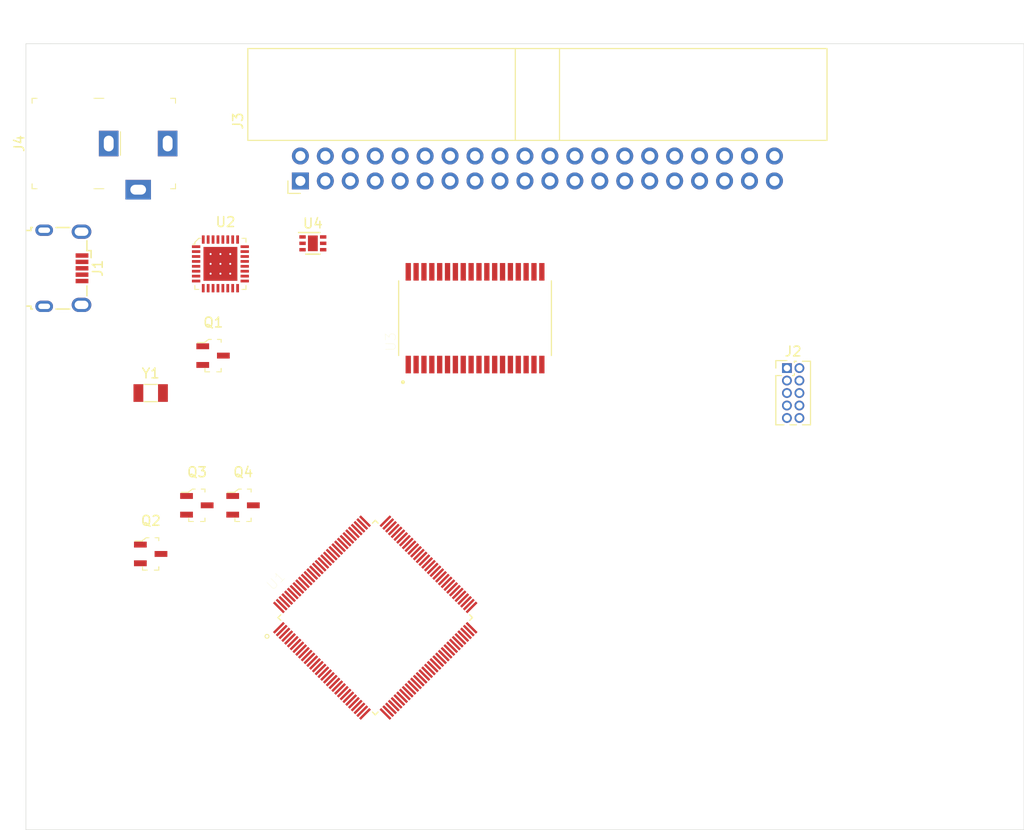
<source format=kicad_pcb>
(kicad_pcb (version 20171130) (host pcbnew 5.1.5)

  (general
    (thickness 1.6)
    (drawings 5)
    (tracks 0)
    (zones 0)
    (modules 13)
    (nets 196)
  )

  (page A4)
  (layers
    (0 F.Cu signal)
    (31 B.Cu signal)
    (32 B.Adhes user)
    (33 F.Adhes user)
    (34 B.Paste user)
    (35 F.Paste user)
    (36 B.SilkS user)
    (37 F.SilkS user)
    (38 B.Mask user)
    (39 F.Mask user)
    (40 Dwgs.User user)
    (41 Cmts.User user)
    (42 Eco1.User user)
    (43 Eco2.User user)
    (44 Edge.Cuts user)
    (45 Margin user)
    (46 B.CrtYd user)
    (47 F.CrtYd user)
    (48 B.Fab user)
    (49 F.Fab user)
  )

  (setup
    (last_trace_width 0.25)
    (trace_clearance 0.2)
    (zone_clearance 0.508)
    (zone_45_only no)
    (trace_min 0.2)
    (via_size 0.8)
    (via_drill 0.4)
    (via_min_size 0.4)
    (via_min_drill 0.3)
    (uvia_size 0.3)
    (uvia_drill 0.1)
    (uvias_allowed no)
    (uvia_min_size 0.2)
    (uvia_min_drill 0.1)
    (edge_width 0.05)
    (segment_width 0.2)
    (pcb_text_width 0.3)
    (pcb_text_size 1.5 1.5)
    (mod_edge_width 0.12)
    (mod_text_size 1 1)
    (mod_text_width 0.15)
    (pad_size 3.45 3.45)
    (pad_drill 0)
    (pad_to_mask_clearance 0.051)
    (solder_mask_min_width 0.25)
    (aux_axis_origin 0 0)
    (visible_elements 7FFFFFFF)
    (pcbplotparams
      (layerselection 0x010fc_ffffffff)
      (usegerberextensions false)
      (usegerberattributes false)
      (usegerberadvancedattributes false)
      (creategerberjobfile false)
      (excludeedgelayer true)
      (linewidth 0.100000)
      (plotframeref false)
      (viasonmask false)
      (mode 1)
      (useauxorigin false)
      (hpglpennumber 1)
      (hpglpenspeed 20)
      (hpglpendiameter 15.000000)
      (psnegative false)
      (psa4output false)
      (plotreference true)
      (plotvalue true)
      (plotinvisibletext false)
      (padsonsilk false)
      (subtractmaskfromsilk false)
      (outputformat 1)
      (mirror false)
      (drillshape 1)
      (scaleselection 1)
      (outputdirectory ""))
  )

  (net 0 "")
  (net 1 "Net-(J1-Pad4)")
  (net 2 "Net-(J2-Pad8)")
  (net 3 "Net-(J2-Pad7)")
  (net 4 "Net-(J2-Pad1)")
  (net 5 "Net-(J3-Pad40)")
  (net 6 "Net-(J3-Pad39)")
  (net 7 "Net-(J3-Pad38)")
  (net 8 "Net-(J3-Pad6)")
  (net 9 "Net-(U1-Pad95)")
  (net 10 "Net-(U1-Pad94)")
  (net 11 "Net-(U1-Pad93)")
  (net 12 "Net-(U1-Pad92)")
  (net 13 "Net-(U1-Pad89)")
  (net 14 "Net-(U1-Pad88)")
  (net 15 "Net-(U1-Pad87)")
  (net 16 "Net-(U1-Pad86)")
  (net 17 "Net-(U1-Pad85)")
  (net 18 "Net-(U1-Pad84)")
  (net 19 "Net-(U1-Pad83)")
  (net 20 "Net-(U1-Pad82)")
  (net 21 "Net-(U1-Pad81)")
  (net 22 "Net-(U1-Pad80)")
  (net 23 "Net-(U1-Pad77)")
  (net 24 "Net-(U1-Pad76)")
  (net 25 "Net-(U1-Pad75)")
  (net 26 "Net-(U1-Pad74)")
  (net 27 "Net-(U1-Pad73)")
  (net 28 "Net-(U1-Pad72)")
  (net 29 "Net-(U1-Pad71)")
  (net 30 "Net-(U1-Pad70)")
  (net 31 "Net-(U1-Pad69)")
  (net 32 "Net-(U1-Pad68)")
  (net 33 "Net-(U1-Pad32)")
  (net 34 "Net-(U1-Pad30)")
  (net 35 "Net-(U1-Pad29)")
  (net 36 "Net-(U1-Pad28)")
  (net 37 "Net-(U1-Pad27)")
  (net 38 "Net-(U1-Pad26)")
  (net 39 "Net-(U1-Pad24)")
  (net 40 "Net-(U1-Pad20)")
  (net 41 "Net-(U1-Pad19)")
  (net 42 "Net-(U1-Pad18)")
  (net 43 "Net-(U1-Pad16)")
  (net 44 "Net-(U1-Pad15)")
  (net 45 "Net-(U1-Pad14)")
  (net 46 "Net-(U1-Pad13)")
  (net 47 "Net-(U1-Pad10)")
  (net 48 "Net-(U1-Pad9)")
  (net 49 "Net-(U1-Pad8)")
  (net 50 "Net-(U1-Pad7)")
  (net 51 "Net-(U1-Pad6)")
  (net 52 "Net-(U1-Pad5)")
  (net 53 "Net-(U1-Pad4)")
  (net 54 "Net-(U1-Pad3)")
  (net 55 "Net-(C1-Pad2)")
  (net 56 "Net-(U1-Pad124)")
  (net 57 "Net-(U1-Pad123)")
  (net 58 "Net-(U1-Pad122)")
  (net 59 "Net-(U1-Pad121)")
  (net 60 "Net-(U1-Pad120)")
  (net 61 "Net-(U1-Pad119)")
  (net 62 "Net-(U1-Pad117)")
  (net 63 "Net-(U1-Pad116)")
  (net 64 "Net-(U1-Pad115)")
  (net 65 "Net-(U1-Pad114)")
  (net 66 "Net-(U1-Pad113)")
  (net 67 "Net-(U1-Pad112)")
  (net 68 "Net-(U1-Pad111)")
  (net 69 "Net-(U1-Pad110)")
  (net 70 "Net-(U1-Pad109)")
  (net 71 "Net-(U1-Pad108)")
  (net 72 "Net-(U1-Pad107)")
  (net 73 "Net-(U1-Pad105)")
  (net 74 "Net-(U1-Pad104)")
  (net 75 "Net-(U1-Pad103)")
  (net 76 "Net-(U1-Pad102)")
  (net 77 "Net-(U1-Pad99)")
  (net 78 "Net-(U1-Pad98)")
  (net 79 "Net-(U1-Pad61)")
  (net 80 "Net-(U1-Pad60)")
  (net 81 "Net-(U1-Pad59)")
  (net 82 "Net-(U1-Pad58)")
  (net 83 "Net-(U1-Pad57)")
  (net 84 "Net-(U1-Pad56)")
  (net 85 "Net-(U1-Pad55)")
  (net 86 "Net-(U1-Pad52)")
  (net 87 "Net-(U1-Pad51)")
  (net 88 "Net-(U1-Pad50)")
  (net 89 "Net-(U1-Pad49)")
  (net 90 "Net-(U1-Pad48)")
  (net 91 "Net-(U1-Pad47)")
  (net 92 "Net-(U1-Pad44)")
  (net 93 "Net-(U1-Pad43)")
  (net 94 "Net-(U1-Pad42)")
  (net 95 "Net-(U1-Pad41)")
  (net 96 "Net-(U1-Pad40)")
  (net 97 "Net-(U1-Pad39)")
  (net 98 "Net-(U1-Pad37)")
  (net 99 "Net-(U1-Pad36)")
  (net 100 "Net-(U1-Pad35)")
  (net 101 "Net-(U1-Pad34)")
  (net 102 "Net-(U1-Pad33)")
  (net 103 "Net-(U2-Pad32)")
  (net 104 "Net-(U2-Pad31)")
  (net 105 "Net-(U2-Pad29)")
  (net 106 "Net-(U2-Pad28)")
  (net 107 "Net-(U2-Pad27)")
  (net 108 "Net-(U2-Pad23)")
  (net 109 "Net-(U2-Pad22)")
  (net 110 "Net-(U2-Pad21)")
  (net 111 "Net-(U2-Pad18)")
  (net 112 "Net-(U2-Pad13)")
  (net 113 "Net-(U2-Pad12)")
  (net 114 "Net-(U2-Pad11)")
  (net 115 "Net-(U2-Pad10)")
  (net 116 "Net-(U2-Pad8)")
  (net 117 "Net-(U2-Pad7)")
  (net 118 "Net-(U2-Pad6)")
  (net 119 "Net-(U2-Pad5)")
  (net 120 "Net-(U2-Pad3)")
  (net 121 "Net-(U2-Pad25)")
  (net 122 g_3v3)
  (net 123 "Net-(U3-Pad32)")
  (net 124 "Net-(U3-Pad31)")
  (net 125 "Net-(U3-Pad30)")
  (net 126 "Net-(U3-Pad29)")
  (net 127 GND)
  (net 128 "Net-(R1-Pad1)")
  (net 129 /s_USB_INTF.sch/USB_D+)
  (net 130 /s_USB_INTF.sch/USB_D-)
  (net 131 "Net-(C2-Pad1)")
  (net 132 "Net-(C5-Pad2)")
  (net 133 "Net-(C4-Pad2)")
  (net 134 /DEBUG_RX)
  (net 135 /DEBUG_TX)
  (net 136 /s_SCREEN_INTF/TFT_STB)
  (net 137 /s_SCREEN_INTF/D23)
  (net 138 /s_SCREEN_INTF/D22)
  (net 139 /s_SCREEN_INTF/D21)
  (net 140 /s_SCREEN_INTF/D20)
  (net 141 /s_SCREEN_INTF/D19)
  (net 142 /s_SCREEN_INTF/D18)
  (net 143 /s_SCREEN_INTF/D17)
  (net 144 /s_SCREEN_INTF/D16)
  (net 145 /s_SCREEN_INTF/D15)
  (net 146 /s_SCREEN_INTF/D14)
  (net 147 /s_SCREEN_INTF/D13)
  (net 148 /s_SCREEN_INTF/D12)
  (net 149 /s_SCREEN_INTF/D11)
  (net 150 /s_SCREEN_INTF/D10)
  (net 151 /s_SCREEN_INTF/D9)
  (net 152 /s_SCREEN_INTF/D8)
  (net 153 /s_SCREEN_INTF/D7)
  (net 154 /s_SCREEN_INTF/D6)
  (net 155 /s_SCREEN_INTF/D5)
  (net 156 /s_SCREEN_INTF/D4)
  (net 157 /s_SCREEN_INTF/D3)
  (net 158 /s_SCREEN_INTF/D2)
  (net 159 /s_SCREEN_INTF/D1)
  (net 160 /s_SCREEN_INTF/D0)
  (net 161 /s_SCREEN_INTF/TFT_TE)
  (net 162 /s_SCREEN_INTF/~TFT_RD)
  (net 163 /s_SCREEN_INTF/~TFT_WR)
  (net 164 /s_SCREEN_INTF/TFT_RSDC)
  (net 165 /s_SCREEN_INTF/~TFT_RST)
  (net 166 /s_SCREEN_INTF/TFT_TOUCH_INT)
  (net 167 /s_SCREEN_INTF/~IO_EXPANDER_CS)
  (net 168 "Net-(C7-Pad1)")
  (net 169 /~TFT_CS)
  (net 170 /MASTER_I2C_SDA)
  (net 171 /MASTER_I2C_SCL)
  (net 172 /s_Power/USB_5v)
  (net 173 /s_Power/USB_3v3)
  (net 174 /MASTER_SPI_MISO)
  (net 175 /MASTER_SPI_CLK)
  (net 176 /s_USB_INTF.sch/FTDI_5V)
  (net 177 /s_USB_INTF.sch/FTDI_3V3)
  (net 178 /MASTER_SPI_MOSI)
  (net 179 "Net-(U4-Pad5)")
  (net 180 "Net-(U4-Pad3)")
  (net 181 "Net-(Q1-Pad3)")
  (net 182 "Net-(Q2-Pad3)")
  (net 183 "Net-(C10-Pad1)")
  (net 184 /s_BRAIN/~SYS_RST)
  (net 185 /s_BRAIN/SWO)
  (net 186 /s_BRAIN/SWCLK)
  (net 187 /s_BRAIN/SWDIO)
  (net 188 /s_Power/Wall_5V)
  (net 189 "Net-(J4-Pad3)")
  (net 190 /s_BRAIN/EXT_IRQ_5)
  (net 191 /s_BRAIN/EXT_IRQ_4)
  (net 192 /s_BRAIN/EXT_IRQ_3)
  (net 193 /s_BRAIN/EXT_IRQ_2)
  (net 194 /s_BRAIN/EXT_IRQ_1)
  (net 195 /s_BRAIN/EXT_IRQ_0)

  (net_class Default "This is the default net class."
    (clearance 0.2)
    (trace_width 0.25)
    (via_dia 0.8)
    (via_drill 0.4)
    (uvia_dia 0.3)
    (uvia_drill 0.1)
    (add_net /DEBUG_RX)
    (add_net /DEBUG_TX)
    (add_net /MASTER_I2C_SCL)
    (add_net /MASTER_I2C_SDA)
    (add_net /MASTER_SPI_CLK)
    (add_net /MASTER_SPI_MISO)
    (add_net /MASTER_SPI_MOSI)
    (add_net /s_BRAIN/EXT_IRQ_0)
    (add_net /s_BRAIN/EXT_IRQ_1)
    (add_net /s_BRAIN/EXT_IRQ_2)
    (add_net /s_BRAIN/EXT_IRQ_3)
    (add_net /s_BRAIN/EXT_IRQ_4)
    (add_net /s_BRAIN/EXT_IRQ_5)
    (add_net /s_BRAIN/SWCLK)
    (add_net /s_BRAIN/SWDIO)
    (add_net /s_BRAIN/SWO)
    (add_net /s_BRAIN/~SYS_RST)
    (add_net /s_Power/USB_3v3)
    (add_net /s_Power/USB_5v)
    (add_net /s_Power/Wall_5V)
    (add_net /s_SCREEN_INTF/D0)
    (add_net /s_SCREEN_INTF/D1)
    (add_net /s_SCREEN_INTF/D10)
    (add_net /s_SCREEN_INTF/D11)
    (add_net /s_SCREEN_INTF/D12)
    (add_net /s_SCREEN_INTF/D13)
    (add_net /s_SCREEN_INTF/D14)
    (add_net /s_SCREEN_INTF/D15)
    (add_net /s_SCREEN_INTF/D16)
    (add_net /s_SCREEN_INTF/D17)
    (add_net /s_SCREEN_INTF/D18)
    (add_net /s_SCREEN_INTF/D19)
    (add_net /s_SCREEN_INTF/D2)
    (add_net /s_SCREEN_INTF/D20)
    (add_net /s_SCREEN_INTF/D21)
    (add_net /s_SCREEN_INTF/D22)
    (add_net /s_SCREEN_INTF/D23)
    (add_net /s_SCREEN_INTF/D3)
    (add_net /s_SCREEN_INTF/D4)
    (add_net /s_SCREEN_INTF/D5)
    (add_net /s_SCREEN_INTF/D6)
    (add_net /s_SCREEN_INTF/D7)
    (add_net /s_SCREEN_INTF/D8)
    (add_net /s_SCREEN_INTF/D9)
    (add_net /s_SCREEN_INTF/TFT_RSDC)
    (add_net /s_SCREEN_INTF/TFT_STB)
    (add_net /s_SCREEN_INTF/TFT_TE)
    (add_net /s_SCREEN_INTF/TFT_TOUCH_INT)
    (add_net /s_SCREEN_INTF/~IO_EXPANDER_CS)
    (add_net /s_SCREEN_INTF/~TFT_RD)
    (add_net /s_SCREEN_INTF/~TFT_RST)
    (add_net /s_SCREEN_INTF/~TFT_WR)
    (add_net /s_USB_INTF.sch/FTDI_3V3)
    (add_net /s_USB_INTF.sch/FTDI_5V)
    (add_net /s_USB_INTF.sch/USB_D+)
    (add_net /s_USB_INTF.sch/USB_D-)
    (add_net /~TFT_CS)
    (add_net GND)
    (add_net "Net-(C1-Pad2)")
    (add_net "Net-(C10-Pad1)")
    (add_net "Net-(C2-Pad1)")
    (add_net "Net-(C4-Pad2)")
    (add_net "Net-(C5-Pad2)")
    (add_net "Net-(C7-Pad1)")
    (add_net "Net-(J1-Pad4)")
    (add_net "Net-(J2-Pad1)")
    (add_net "Net-(J2-Pad7)")
    (add_net "Net-(J2-Pad8)")
    (add_net "Net-(J3-Pad38)")
    (add_net "Net-(J3-Pad39)")
    (add_net "Net-(J3-Pad40)")
    (add_net "Net-(J3-Pad6)")
    (add_net "Net-(J4-Pad3)")
    (add_net "Net-(Q1-Pad3)")
    (add_net "Net-(Q2-Pad3)")
    (add_net "Net-(R1-Pad1)")
    (add_net "Net-(U1-Pad10)")
    (add_net "Net-(U1-Pad102)")
    (add_net "Net-(U1-Pad103)")
    (add_net "Net-(U1-Pad104)")
    (add_net "Net-(U1-Pad105)")
    (add_net "Net-(U1-Pad107)")
    (add_net "Net-(U1-Pad108)")
    (add_net "Net-(U1-Pad109)")
    (add_net "Net-(U1-Pad110)")
    (add_net "Net-(U1-Pad111)")
    (add_net "Net-(U1-Pad112)")
    (add_net "Net-(U1-Pad113)")
    (add_net "Net-(U1-Pad114)")
    (add_net "Net-(U1-Pad115)")
    (add_net "Net-(U1-Pad116)")
    (add_net "Net-(U1-Pad117)")
    (add_net "Net-(U1-Pad119)")
    (add_net "Net-(U1-Pad120)")
    (add_net "Net-(U1-Pad121)")
    (add_net "Net-(U1-Pad122)")
    (add_net "Net-(U1-Pad123)")
    (add_net "Net-(U1-Pad124)")
    (add_net "Net-(U1-Pad13)")
    (add_net "Net-(U1-Pad14)")
    (add_net "Net-(U1-Pad15)")
    (add_net "Net-(U1-Pad16)")
    (add_net "Net-(U1-Pad18)")
    (add_net "Net-(U1-Pad19)")
    (add_net "Net-(U1-Pad20)")
    (add_net "Net-(U1-Pad24)")
    (add_net "Net-(U1-Pad26)")
    (add_net "Net-(U1-Pad27)")
    (add_net "Net-(U1-Pad28)")
    (add_net "Net-(U1-Pad29)")
    (add_net "Net-(U1-Pad3)")
    (add_net "Net-(U1-Pad30)")
    (add_net "Net-(U1-Pad32)")
    (add_net "Net-(U1-Pad33)")
    (add_net "Net-(U1-Pad34)")
    (add_net "Net-(U1-Pad35)")
    (add_net "Net-(U1-Pad36)")
    (add_net "Net-(U1-Pad37)")
    (add_net "Net-(U1-Pad39)")
    (add_net "Net-(U1-Pad4)")
    (add_net "Net-(U1-Pad40)")
    (add_net "Net-(U1-Pad41)")
    (add_net "Net-(U1-Pad42)")
    (add_net "Net-(U1-Pad43)")
    (add_net "Net-(U1-Pad44)")
    (add_net "Net-(U1-Pad47)")
    (add_net "Net-(U1-Pad48)")
    (add_net "Net-(U1-Pad49)")
    (add_net "Net-(U1-Pad5)")
    (add_net "Net-(U1-Pad50)")
    (add_net "Net-(U1-Pad51)")
    (add_net "Net-(U1-Pad52)")
    (add_net "Net-(U1-Pad55)")
    (add_net "Net-(U1-Pad56)")
    (add_net "Net-(U1-Pad57)")
    (add_net "Net-(U1-Pad58)")
    (add_net "Net-(U1-Pad59)")
    (add_net "Net-(U1-Pad6)")
    (add_net "Net-(U1-Pad60)")
    (add_net "Net-(U1-Pad61)")
    (add_net "Net-(U1-Pad68)")
    (add_net "Net-(U1-Pad69)")
    (add_net "Net-(U1-Pad7)")
    (add_net "Net-(U1-Pad70)")
    (add_net "Net-(U1-Pad71)")
    (add_net "Net-(U1-Pad72)")
    (add_net "Net-(U1-Pad73)")
    (add_net "Net-(U1-Pad74)")
    (add_net "Net-(U1-Pad75)")
    (add_net "Net-(U1-Pad76)")
    (add_net "Net-(U1-Pad77)")
    (add_net "Net-(U1-Pad8)")
    (add_net "Net-(U1-Pad80)")
    (add_net "Net-(U1-Pad81)")
    (add_net "Net-(U1-Pad82)")
    (add_net "Net-(U1-Pad83)")
    (add_net "Net-(U1-Pad84)")
    (add_net "Net-(U1-Pad85)")
    (add_net "Net-(U1-Pad86)")
    (add_net "Net-(U1-Pad87)")
    (add_net "Net-(U1-Pad88)")
    (add_net "Net-(U1-Pad89)")
    (add_net "Net-(U1-Pad9)")
    (add_net "Net-(U1-Pad92)")
    (add_net "Net-(U1-Pad93)")
    (add_net "Net-(U1-Pad94)")
    (add_net "Net-(U1-Pad95)")
    (add_net "Net-(U1-Pad98)")
    (add_net "Net-(U1-Pad99)")
    (add_net "Net-(U2-Pad10)")
    (add_net "Net-(U2-Pad11)")
    (add_net "Net-(U2-Pad12)")
    (add_net "Net-(U2-Pad13)")
    (add_net "Net-(U2-Pad18)")
    (add_net "Net-(U2-Pad21)")
    (add_net "Net-(U2-Pad22)")
    (add_net "Net-(U2-Pad23)")
    (add_net "Net-(U2-Pad25)")
    (add_net "Net-(U2-Pad27)")
    (add_net "Net-(U2-Pad28)")
    (add_net "Net-(U2-Pad29)")
    (add_net "Net-(U2-Pad3)")
    (add_net "Net-(U2-Pad31)")
    (add_net "Net-(U2-Pad32)")
    (add_net "Net-(U2-Pad5)")
    (add_net "Net-(U2-Pad6)")
    (add_net "Net-(U2-Pad7)")
    (add_net "Net-(U2-Pad8)")
    (add_net "Net-(U3-Pad29)")
    (add_net "Net-(U3-Pad30)")
    (add_net "Net-(U3-Pad31)")
    (add_net "Net-(U3-Pad32)")
    (add_net "Net-(U4-Pad3)")
    (add_net "Net-(U4-Pad5)")
    (add_net g_3v3)
  )

  (module digikey-footprints:Barrel_Jack_5.5mmODx2.1mmID_PJ-102A (layer F.Cu) (tedit 5CAD146F) (tstamp 5E7AD729)
    (at 62.23 60.96 90)
    (path /5E7872D3/5E88DD8C)
    (fp_text reference J4 (at 0 -12.1 90) (layer F.SilkS)
      (effects (font (size 1 1) (thickness 0.15)))
    )
    (fp_text value Barrel_Jack_Switch (at 0 5.8 90) (layer F.Fab)
      (effects (font (size 1 1) (thickness 0.15)))
    )
    (fp_line (start -4.5 3.7) (end 4.5 3.7) (layer F.Fab) (width 0.1))
    (fp_line (start -4.5 3.7) (end -4.5 -10.7) (layer F.Fab) (width 0.1))
    (fp_line (start 4.5 3.7) (end 4.5 -10.7) (layer F.Fab) (width 0.1))
    (fp_line (start -4.5 -10.7) (end 4.5 -10.7) (layer F.Fab) (width 0.1))
    (fp_line (start 4.6 3.8) (end 4.1 3.8) (layer F.SilkS) (width 0.1))
    (fp_line (start 4.6 3.8) (end 4.6 3.3) (layer F.SilkS) (width 0.1))
    (fp_line (start -4.6 3.8) (end -4.1 3.8) (layer F.SilkS) (width 0.1))
    (fp_line (start -4.6 3.8) (end -4.6 3.3) (layer F.SilkS) (width 0.1))
    (fp_line (start -1.2 -1.8) (end 1.2 -1.8) (layer F.SilkS) (width 0.1))
    (fp_line (start -4.6 -10.8) (end -4.6 -10.3) (layer F.SilkS) (width 0.1))
    (fp_line (start -4.6 -10.8) (end -4.1 -10.8) (layer F.SilkS) (width 0.1))
    (fp_line (start 4.6 -10.8) (end 4.1 -10.8) (layer F.SilkS) (width 0.1))
    (fp_line (start 4.6 -10.8) (end 4.6 -10.3) (layer F.SilkS) (width 0.1))
    (fp_line (start -4.6 -3.5) (end -4.6 -4.5) (layer F.SilkS) (width 0.1))
    (fp_line (start 4.6 -3.5) (end 4.6 -4.5) (layer F.SilkS) (width 0.1))
    (fp_line (start -5.9 -10.95) (end 4.8 -10.95) (layer F.CrtYd) (width 0.05))
    (fp_line (start -5.9 -10.95) (end -5.9 4.25) (layer F.CrtYd) (width 0.05))
    (fp_line (start 4.8 -10.95) (end 4.8 4.25) (layer F.CrtYd) (width 0.05))
    (fp_line (start -5.9 4.25) (end 4.8 4.25) (layer F.CrtYd) (width 0.05))
    (pad 2 thru_hole rect (at 0 -3 90) (size 2.6 2) (drill oval 1.6 1) (layers *.Cu *.Mask)
      (net 127 GND))
    (pad 1 thru_hole rect (at 0 3 90) (size 2.6 2) (drill oval 1.6 1) (layers *.Cu *.Mask)
      (net 188 /s_Power/Wall_5V))
    (pad 3 thru_hole rect (at -4.7 0 90) (size 2 2.6) (drill oval 1 1.6) (layers *.Cu *.Mask)
      (net 189 "Net-(J4-Pad3)"))
  )

  (module digikey-footprints:SOT-23-3 (layer F.Cu) (tedit 5D28A5E3) (tstamp 5E7AA6F9)
    (at 72.9 97.79)
    (path /5E7872D3/5E9DB598)
    (attr smd)
    (fp_text reference Q4 (at 0.025 -3.375) (layer F.SilkS)
      (effects (font (size 1 1) (thickness 0.15)))
    )
    (fp_text value "Alt PFET_B" (at 0.025 3.25) (layer F.Fab)
      (effects (font (size 1 1) (thickness 0.15)))
    )
    (fp_line (start 0.7 1.52) (end 0.7 -1.52) (layer F.Fab) (width 0.1))
    (fp_line (start -0.7 1.52) (end 0.7 1.52) (layer F.Fab) (width 0.1))
    (fp_text user %R (at -0.125 0.15) (layer F.Fab)
      (effects (font (size 0.25 0.25) (thickness 0.05)))
    )
    (fp_line (start 0.825 -1.65) (end 0.825 -1.35) (layer F.SilkS) (width 0.1))
    (fp_line (start 0.45 -1.65) (end 0.825 -1.65) (layer F.SilkS) (width 0.1))
    (fp_line (start 0.825 1.65) (end 0.375 1.65) (layer F.SilkS) (width 0.1))
    (fp_line (start 0.825 1.35) (end 0.825 1.65) (layer F.SilkS) (width 0.1))
    (fp_line (start 0.825 1.425) (end 0.825 1.3) (layer F.SilkS) (width 0.1))
    (fp_line (start -0.825 1.65) (end -0.825 1.3) (layer F.SilkS) (width 0.1))
    (fp_line (start -0.35 1.65) (end -0.825 1.65) (layer F.SilkS) (width 0.1))
    (fp_line (start -0.425 -1.525) (end -0.7 -1.325) (layer F.Fab) (width 0.1))
    (fp_line (start -0.425 -1.525) (end 0.7 -1.525) (layer F.Fab) (width 0.1))
    (fp_line (start -0.7 -1.325) (end -0.7 1.525) (layer F.Fab) (width 0.1))
    (fp_line (start -0.825 -1.325) (end -1.6 -1.325) (layer F.SilkS) (width 0.1))
    (fp_line (start -0.825 -1.375) (end -0.825 -1.325) (layer F.SilkS) (width 0.1))
    (fp_line (start -0.45 -1.65) (end -0.825 -1.375) (layer F.SilkS) (width 0.1))
    (fp_line (start -0.175 -1.65) (end -0.45 -1.65) (layer F.SilkS) (width 0.1))
    (fp_line (start 1.825 -1.95) (end 1.825 1.95) (layer F.CrtYd) (width 0.05))
    (fp_line (start 1.825 1.95) (end -1.825 1.95) (layer F.CrtYd) (width 0.05))
    (fp_line (start -1.825 -1.95) (end -1.825 1.95) (layer F.CrtYd) (width 0.05))
    (fp_line (start -1.825 -1.95) (end 1.825 -1.95) (layer F.CrtYd) (width 0.05))
    (pad 1 smd rect (at -1.05 -0.95) (size 1.3 0.6) (layers F.Cu F.Paste F.Mask)
      (net 181 "Net-(Q1-Pad3)") (solder_mask_margin 0.07))
    (pad 2 smd rect (at -1.05 0.95) (size 1.3 0.6) (layers F.Cu F.Paste F.Mask)
      (net 183 "Net-(C10-Pad1)") (solder_mask_margin 0.07))
    (pad 3 smd rect (at 1.05 0) (size 1.3 0.6) (layers F.Cu F.Paste F.Mask)
      (net 182 "Net-(Q2-Pad3)") (solder_mask_margin 0.07))
  )

  (module digikey-footprints:SOT-23-3 (layer F.Cu) (tedit 5D28A5E3) (tstamp 5E7AA6DD)
    (at 68.2 97.79)
    (path /5E7872D3/5E9CBFD6)
    (attr smd)
    (fp_text reference Q3 (at 0.025 -3.375) (layer F.SilkS)
      (effects (font (size 1 1) (thickness 0.15)))
    )
    (fp_text value "Default PFET_B" (at 0.025 3.25) (layer F.Fab)
      (effects (font (size 1 1) (thickness 0.15)))
    )
    (fp_line (start 0.7 1.52) (end 0.7 -1.52) (layer F.Fab) (width 0.1))
    (fp_line (start -0.7 1.52) (end 0.7 1.52) (layer F.Fab) (width 0.1))
    (fp_text user %R (at -0.125 0.15) (layer F.Fab)
      (effects (font (size 0.25 0.25) (thickness 0.05)))
    )
    (fp_line (start 0.825 -1.65) (end 0.825 -1.35) (layer F.SilkS) (width 0.1))
    (fp_line (start 0.45 -1.65) (end 0.825 -1.65) (layer F.SilkS) (width 0.1))
    (fp_line (start 0.825 1.65) (end 0.375 1.65) (layer F.SilkS) (width 0.1))
    (fp_line (start 0.825 1.35) (end 0.825 1.65) (layer F.SilkS) (width 0.1))
    (fp_line (start 0.825 1.425) (end 0.825 1.3) (layer F.SilkS) (width 0.1))
    (fp_line (start -0.825 1.65) (end -0.825 1.3) (layer F.SilkS) (width 0.1))
    (fp_line (start -0.35 1.65) (end -0.825 1.65) (layer F.SilkS) (width 0.1))
    (fp_line (start -0.425 -1.525) (end -0.7 -1.325) (layer F.Fab) (width 0.1))
    (fp_line (start -0.425 -1.525) (end 0.7 -1.525) (layer F.Fab) (width 0.1))
    (fp_line (start -0.7 -1.325) (end -0.7 1.525) (layer F.Fab) (width 0.1))
    (fp_line (start -0.825 -1.325) (end -1.6 -1.325) (layer F.SilkS) (width 0.1))
    (fp_line (start -0.825 -1.375) (end -0.825 -1.325) (layer F.SilkS) (width 0.1))
    (fp_line (start -0.45 -1.65) (end -0.825 -1.375) (layer F.SilkS) (width 0.1))
    (fp_line (start -0.175 -1.65) (end -0.45 -1.65) (layer F.SilkS) (width 0.1))
    (fp_line (start 1.825 -1.95) (end 1.825 1.95) (layer F.CrtYd) (width 0.05))
    (fp_line (start 1.825 1.95) (end -1.825 1.95) (layer F.CrtYd) (width 0.05))
    (fp_line (start -1.825 -1.95) (end -1.825 1.95) (layer F.CrtYd) (width 0.05))
    (fp_line (start -1.825 -1.95) (end 1.825 -1.95) (layer F.CrtYd) (width 0.05))
    (pad 1 smd rect (at -1.05 -0.95) (size 1.3 0.6) (layers F.Cu F.Paste F.Mask)
      (net 173 /s_Power/USB_3v3) (solder_mask_margin 0.07))
    (pad 2 smd rect (at -1.05 0.95) (size 1.3 0.6) (layers F.Cu F.Paste F.Mask)
      (net 183 "Net-(C10-Pad1)") (solder_mask_margin 0.07))
    (pad 3 smd rect (at 1.05 0) (size 1.3 0.6) (layers F.Cu F.Paste F.Mask)
      (net 181 "Net-(Q1-Pad3)") (solder_mask_margin 0.07))
  )

  (module digikey-footprints:SOT-23-3 (layer F.Cu) (tedit 5D28A5E3) (tstamp 5E7AA6C1)
    (at 63.5 102.74)
    (path /5E7872D3/5E9D56A5)
    (attr smd)
    (fp_text reference Q2 (at 0.025 -3.375) (layer F.SilkS)
      (effects (font (size 1 1) (thickness 0.15)))
    )
    (fp_text value "Alt PFET_A" (at 0.025 3.25) (layer F.Fab)
      (effects (font (size 1 1) (thickness 0.15)))
    )
    (fp_line (start 0.7 1.52) (end 0.7 -1.52) (layer F.Fab) (width 0.1))
    (fp_line (start -0.7 1.52) (end 0.7 1.52) (layer F.Fab) (width 0.1))
    (fp_text user %R (at -0.125 0.15) (layer F.Fab)
      (effects (font (size 0.25 0.25) (thickness 0.05)))
    )
    (fp_line (start 0.825 -1.65) (end 0.825 -1.35) (layer F.SilkS) (width 0.1))
    (fp_line (start 0.45 -1.65) (end 0.825 -1.65) (layer F.SilkS) (width 0.1))
    (fp_line (start 0.825 1.65) (end 0.375 1.65) (layer F.SilkS) (width 0.1))
    (fp_line (start 0.825 1.35) (end 0.825 1.65) (layer F.SilkS) (width 0.1))
    (fp_line (start 0.825 1.425) (end 0.825 1.3) (layer F.SilkS) (width 0.1))
    (fp_line (start -0.825 1.65) (end -0.825 1.3) (layer F.SilkS) (width 0.1))
    (fp_line (start -0.35 1.65) (end -0.825 1.65) (layer F.SilkS) (width 0.1))
    (fp_line (start -0.425 -1.525) (end -0.7 -1.325) (layer F.Fab) (width 0.1))
    (fp_line (start -0.425 -1.525) (end 0.7 -1.525) (layer F.Fab) (width 0.1))
    (fp_line (start -0.7 -1.325) (end -0.7 1.525) (layer F.Fab) (width 0.1))
    (fp_line (start -0.825 -1.325) (end -1.6 -1.325) (layer F.SilkS) (width 0.1))
    (fp_line (start -0.825 -1.375) (end -0.825 -1.325) (layer F.SilkS) (width 0.1))
    (fp_line (start -0.45 -1.65) (end -0.825 -1.375) (layer F.SilkS) (width 0.1))
    (fp_line (start -0.175 -1.65) (end -0.45 -1.65) (layer F.SilkS) (width 0.1))
    (fp_line (start 1.825 -1.95) (end 1.825 1.95) (layer F.CrtYd) (width 0.05))
    (fp_line (start 1.825 1.95) (end -1.825 1.95) (layer F.CrtYd) (width 0.05))
    (fp_line (start -1.825 -1.95) (end -1.825 1.95) (layer F.CrtYd) (width 0.05))
    (fp_line (start -1.825 -1.95) (end 1.825 -1.95) (layer F.CrtYd) (width 0.05))
    (pad 1 smd rect (at -1.05 -0.95) (size 1.3 0.6) (layers F.Cu F.Paste F.Mask)
      (net 181 "Net-(Q1-Pad3)") (solder_mask_margin 0.07))
    (pad 2 smd rect (at -1.05 0.95) (size 1.3 0.6) (layers F.Cu F.Paste F.Mask)
      (net 173 /s_Power/USB_3v3) (solder_mask_margin 0.07))
    (pad 3 smd rect (at 1.05 0) (size 1.3 0.6) (layers F.Cu F.Paste F.Mask)
      (net 182 "Net-(Q2-Pad3)") (solder_mask_margin 0.07))
  )

  (module digikey-footprints:SOT-23-3 (layer F.Cu) (tedit 5D28A5E3) (tstamp 5E7AA6A5)
    (at 69.85 82.55)
    (path /5E7872D3/5E9B8E9E)
    (attr smd)
    (fp_text reference Q1 (at 0.025 -3.375) (layer F.SilkS)
      (effects (font (size 1 1) (thickness 0.15)))
    )
    (fp_text value "Default PFET_A" (at 0.025 3.25) (layer F.Fab)
      (effects (font (size 1 1) (thickness 0.15)))
    )
    (fp_line (start 0.7 1.52) (end 0.7 -1.52) (layer F.Fab) (width 0.1))
    (fp_line (start -0.7 1.52) (end 0.7 1.52) (layer F.Fab) (width 0.1))
    (fp_text user %R (at -0.125 0.15) (layer F.Fab)
      (effects (font (size 0.25 0.25) (thickness 0.05)))
    )
    (fp_line (start 0.825 -1.65) (end 0.825 -1.35) (layer F.SilkS) (width 0.1))
    (fp_line (start 0.45 -1.65) (end 0.825 -1.65) (layer F.SilkS) (width 0.1))
    (fp_line (start 0.825 1.65) (end 0.375 1.65) (layer F.SilkS) (width 0.1))
    (fp_line (start 0.825 1.35) (end 0.825 1.65) (layer F.SilkS) (width 0.1))
    (fp_line (start 0.825 1.425) (end 0.825 1.3) (layer F.SilkS) (width 0.1))
    (fp_line (start -0.825 1.65) (end -0.825 1.3) (layer F.SilkS) (width 0.1))
    (fp_line (start -0.35 1.65) (end -0.825 1.65) (layer F.SilkS) (width 0.1))
    (fp_line (start -0.425 -1.525) (end -0.7 -1.325) (layer F.Fab) (width 0.1))
    (fp_line (start -0.425 -1.525) (end 0.7 -1.525) (layer F.Fab) (width 0.1))
    (fp_line (start -0.7 -1.325) (end -0.7 1.525) (layer F.Fab) (width 0.1))
    (fp_line (start -0.825 -1.325) (end -1.6 -1.325) (layer F.SilkS) (width 0.1))
    (fp_line (start -0.825 -1.375) (end -0.825 -1.325) (layer F.SilkS) (width 0.1))
    (fp_line (start -0.45 -1.65) (end -0.825 -1.375) (layer F.SilkS) (width 0.1))
    (fp_line (start -0.175 -1.65) (end -0.45 -1.65) (layer F.SilkS) (width 0.1))
    (fp_line (start 1.825 -1.95) (end 1.825 1.95) (layer F.CrtYd) (width 0.05))
    (fp_line (start 1.825 1.95) (end -1.825 1.95) (layer F.CrtYd) (width 0.05))
    (fp_line (start -1.825 -1.95) (end -1.825 1.95) (layer F.CrtYd) (width 0.05))
    (fp_line (start -1.825 -1.95) (end 1.825 -1.95) (layer F.CrtYd) (width 0.05))
    (pad 1 smd rect (at -1.05 -0.95) (size 1.3 0.6) (layers F.Cu F.Paste F.Mask)
      (net 173 /s_Power/USB_3v3) (solder_mask_margin 0.07))
    (pad 2 smd rect (at -1.05 0.95) (size 1.3 0.6) (layers F.Cu F.Paste F.Mask)
      (net 172 /s_Power/USB_5v) (solder_mask_margin 0.07))
    (pad 3 smd rect (at 1.05 0) (size 1.3 0.6) (layers F.Cu F.Paste F.Mask)
      (net 181 "Net-(Q1-Pad3)") (solder_mask_margin 0.07))
  )

  (module Package_DFN_QFN:DFN-6-1EP_2x2mm_P0.65mm_EP1x1.6mm (layer F.Cu) (tedit 5A64E13E) (tstamp 5E7A9FEB)
    (at 80.01 71.12)
    (descr "6-Lead Plastic Dual Flat, No Lead Package (MA) - 2x2x0.9 mm Body [DFN] (see Microchip Packaging Specification 00000049BS.pdf)")
    (tags "DFN 0.65")
    (path /5E7872D3/5E7F2428)
    (attr smd)
    (fp_text reference U4 (at 0 -2.025) (layer F.SilkS)
      (effects (font (size 1 1) (thickness 0.15)))
    )
    (fp_text value NCP349MNAETBG (at 0 2.025) (layer F.Fab)
      (effects (font (size 1 1) (thickness 0.15)))
    )
    (fp_line (start -1.45 -1.1) (end 0.725 -1.1) (layer F.SilkS) (width 0.15))
    (fp_line (start -0.725 1.1) (end 0.725 1.1) (layer F.SilkS) (width 0.15))
    (fp_line (start -1.65 1.25) (end 1.65 1.25) (layer F.CrtYd) (width 0.05))
    (fp_line (start -1.65 -1.25) (end 1.65 -1.25) (layer F.CrtYd) (width 0.05))
    (fp_line (start 1.65 -1.25) (end 1.65 1.25) (layer F.CrtYd) (width 0.05))
    (fp_line (start -1.65 -1.25) (end -1.65 1.25) (layer F.CrtYd) (width 0.05))
    (fp_line (start -1 0) (end 0 -1) (layer F.Fab) (width 0.15))
    (fp_line (start -1 1) (end -1 0) (layer F.Fab) (width 0.15))
    (fp_line (start 1 1) (end -1 1) (layer F.Fab) (width 0.15))
    (fp_line (start 1 -1) (end 1 1) (layer F.Fab) (width 0.15))
    (fp_line (start 0 -1) (end 1 -1) (layer F.Fab) (width 0.15))
    (fp_text user %R (at 0 0) (layer F.Fab)
      (effects (font (size 0.5 0.5) (thickness 0.075)))
    )
    (pad "" smd rect (at 0 0.4) (size 0.82 0.63) (layers F.Paste))
    (pad "" smd rect (at 0 -0.4) (size 0.82 0.63) (layers F.Paste))
    (pad 7 smd rect (at 0 0) (size 1 1.6) (layers F.Cu F.Mask))
    (pad 6 smd rect (at 1.05 -0.65) (size 0.65 0.35) (layers F.Cu F.Paste F.Mask)
      (net 179 "Net-(U4-Pad5)"))
    (pad 5 smd rect (at 1.05 0) (size 0.65 0.35) (layers F.Cu F.Paste F.Mask)
      (net 179 "Net-(U4-Pad5)"))
    (pad 4 smd rect (at 1.05 0.65) (size 0.65 0.35) (layers F.Cu F.Paste F.Mask)
      (net 127 GND))
    (pad 3 smd rect (at -1.05 0.65) (size 0.65 0.35) (layers F.Cu F.Paste F.Mask)
      (net 180 "Net-(U4-Pad3)"))
    (pad 2 smd rect (at -1.05 0) (size 0.65 0.35) (layers F.Cu F.Paste F.Mask)
      (net 127 GND))
    (pad 1 smd rect (at -1.05 -0.65) (size 0.65 0.35) (layers F.Cu F.Paste F.Mask)
      (net 183 "Net-(C10-Pad1)"))
    (model ${KISYS3DMOD}/Package_DFN_QFN.3dshapes/DFN-6-1EP_2x2mm_P0.65mm_EP1x1.6mm.wrl
      (at (xyz 0 0 0))
      (scale (xyz 1 1 1))
      (rotate (xyz 0 0 0))
    )
  )

  (module Connector_PinHeader_1.27mm:PinHeader_2x05_P1.27mm_Vertical (layer F.Cu) (tedit 59FED6E3) (tstamp 5E75429F)
    (at 128.27 83.82)
    (descr "Through hole straight pin header, 2x05, 1.27mm pitch, double rows")
    (tags "Through hole pin header THT 2x05 1.27mm double row")
    (path /5E805E4F/5EA1E350)
    (fp_text reference J2 (at 0.635 -1.695) (layer F.SilkS)
      (effects (font (size 1 1) (thickness 0.15)))
    )
    (fp_text value Conn_ARM_JTAG_SWD_10 (at 0.635 6.775) (layer F.Fab)
      (effects (font (size 1 1) (thickness 0.15)))
    )
    (fp_text user %R (at 0.635 2.54 90) (layer F.Fab)
      (effects (font (size 1 1) (thickness 0.15)))
    )
    (fp_line (start 2.85 -1.15) (end -1.6 -1.15) (layer F.CrtYd) (width 0.05))
    (fp_line (start 2.85 6.25) (end 2.85 -1.15) (layer F.CrtYd) (width 0.05))
    (fp_line (start -1.6 6.25) (end 2.85 6.25) (layer F.CrtYd) (width 0.05))
    (fp_line (start -1.6 -1.15) (end -1.6 6.25) (layer F.CrtYd) (width 0.05))
    (fp_line (start -1.13 -0.76) (end 0 -0.76) (layer F.SilkS) (width 0.12))
    (fp_line (start -1.13 0) (end -1.13 -0.76) (layer F.SilkS) (width 0.12))
    (fp_line (start 1.57753 -0.695) (end 2.4 -0.695) (layer F.SilkS) (width 0.12))
    (fp_line (start 0.76 -0.695) (end 0.96247 -0.695) (layer F.SilkS) (width 0.12))
    (fp_line (start 0.76 -0.563471) (end 0.76 -0.695) (layer F.SilkS) (width 0.12))
    (fp_line (start 0.76 0.706529) (end 0.76 0.563471) (layer F.SilkS) (width 0.12))
    (fp_line (start 0.563471 0.76) (end 0.706529 0.76) (layer F.SilkS) (width 0.12))
    (fp_line (start -1.13 0.76) (end -0.563471 0.76) (layer F.SilkS) (width 0.12))
    (fp_line (start 2.4 -0.695) (end 2.4 5.775) (layer F.SilkS) (width 0.12))
    (fp_line (start -1.13 0.76) (end -1.13 5.775) (layer F.SilkS) (width 0.12))
    (fp_line (start 0.30753 5.775) (end 0.96247 5.775) (layer F.SilkS) (width 0.12))
    (fp_line (start 1.57753 5.775) (end 2.4 5.775) (layer F.SilkS) (width 0.12))
    (fp_line (start -1.13 5.775) (end -0.30753 5.775) (layer F.SilkS) (width 0.12))
    (fp_line (start -1.07 0.2175) (end -0.2175 -0.635) (layer F.Fab) (width 0.1))
    (fp_line (start -1.07 5.715) (end -1.07 0.2175) (layer F.Fab) (width 0.1))
    (fp_line (start 2.34 5.715) (end -1.07 5.715) (layer F.Fab) (width 0.1))
    (fp_line (start 2.34 -0.635) (end 2.34 5.715) (layer F.Fab) (width 0.1))
    (fp_line (start -0.2175 -0.635) (end 2.34 -0.635) (layer F.Fab) (width 0.1))
    (pad 10 thru_hole oval (at 1.27 5.08) (size 1 1) (drill 0.65) (layers *.Cu *.Mask)
      (net 184 /s_BRAIN/~SYS_RST))
    (pad 9 thru_hole oval (at 0 5.08) (size 1 1) (drill 0.65) (layers *.Cu *.Mask)
      (net 127 GND))
    (pad 8 thru_hole oval (at 1.27 3.81) (size 1 1) (drill 0.65) (layers *.Cu *.Mask)
      (net 2 "Net-(J2-Pad8)"))
    (pad 7 thru_hole oval (at 0 3.81) (size 1 1) (drill 0.65) (layers *.Cu *.Mask)
      (net 3 "Net-(J2-Pad7)"))
    (pad 6 thru_hole oval (at 1.27 2.54) (size 1 1) (drill 0.65) (layers *.Cu *.Mask)
      (net 185 /s_BRAIN/SWO))
    (pad 5 thru_hole oval (at 0 2.54) (size 1 1) (drill 0.65) (layers *.Cu *.Mask)
      (net 127 GND))
    (pad 4 thru_hole oval (at 1.27 1.27) (size 1 1) (drill 0.65) (layers *.Cu *.Mask)
      (net 186 /s_BRAIN/SWCLK))
    (pad 3 thru_hole oval (at 0 1.27) (size 1 1) (drill 0.65) (layers *.Cu *.Mask)
      (net 127 GND))
    (pad 2 thru_hole oval (at 1.27 0) (size 1 1) (drill 0.65) (layers *.Cu *.Mask)
      (net 187 /s_BRAIN/SWDIO))
    (pad 1 thru_hole rect (at 0 0) (size 1 1) (drill 0.65) (layers *.Cu *.Mask)
      (net 4 "Net-(J2-Pad1)"))
    (model ${KISYS3DMOD}/Connector_PinHeader_1.27mm.3dshapes/PinHeader_2x05_P1.27mm_Vertical.wrl
      (at (xyz 0 0 0))
      (scale (xyz 1 1 1))
      (rotate (xyz 0 0 0))
    )
  )

  (module Crystal:Crystal_SMD_3215-2Pin_3.2x1.5mm (layer F.Cu) (tedit 5A0FD1B2) (tstamp 5E752FF8)
    (at 63.5 86.36)
    (descr "SMD Crystal FC-135 https://support.epson.biz/td/api/doc_check.php?dl=brief_FC-135R_en.pdf")
    (tags "SMD SMT Crystal")
    (path /5E805E4F/5E75D825)
    (attr smd)
    (fp_text reference Y1 (at 0 -2) (layer F.SilkS)
      (effects (font (size 1 1) (thickness 0.15)))
    )
    (fp_text value XOSC32 (at 0 2) (layer F.Fab)
      (effects (font (size 1 1) (thickness 0.15)))
    )
    (fp_line (start 2 -1.15) (end 2 1.15) (layer F.CrtYd) (width 0.05))
    (fp_line (start -2 -1.15) (end -2 1.15) (layer F.CrtYd) (width 0.05))
    (fp_line (start -2 1.15) (end 2 1.15) (layer F.CrtYd) (width 0.05))
    (fp_line (start -1.6 0.75) (end 1.6 0.75) (layer F.Fab) (width 0.1))
    (fp_line (start -1.6 -0.75) (end 1.6 -0.75) (layer F.Fab) (width 0.1))
    (fp_line (start 1.6 -0.75) (end 1.6 0.75) (layer F.Fab) (width 0.1))
    (fp_line (start -0.675 -0.875) (end 0.675 -0.875) (layer F.SilkS) (width 0.12))
    (fp_line (start -0.675 0.875) (end 0.675 0.875) (layer F.SilkS) (width 0.12))
    (fp_line (start -1.6 -0.75) (end -1.6 0.75) (layer F.Fab) (width 0.1))
    (fp_line (start -2 -1.15) (end 2 -1.15) (layer F.CrtYd) (width 0.05))
    (fp_text user %R (at 0 -2) (layer F.Fab)
      (effects (font (size 1 1) (thickness 0.15)))
    )
    (pad 2 smd rect (at -1.25 0) (size 1 1.8) (layers F.Cu F.Paste F.Mask)
      (net 55 "Net-(C1-Pad2)"))
    (pad 1 smd rect (at 1.25 0) (size 1 1.8) (layers F.Cu F.Paste F.Mask)
      (net 131 "Net-(C2-Pad1)"))
    (model ${KISYS3DMOD}/Crystal.3dshapes/Crystal_SMD_3215-2Pin_3.2x1.5mm.wrl
      (at (xyz 0 0 0))
      (scale (xyz 1 1 1))
      (rotate (xyz 0 0 0))
    )
  )

  (module proj_modules:SOP80P1030X264-36N (layer F.Cu) (tedit 5E702418) (tstamp 5E752FE7)
    (at 96.52 78.74 90)
    (path /5E8589A7/5E86D6D7)
    (fp_text reference U3 (at -2.415 -8.587 90) (layer F.SilkS)
      (effects (font (size 1 1) (thickness 0.015)))
    )
    (fp_text value MAX7301AAX+ (at 5.84 8.587 90) (layer F.Fab)
      (effects (font (size 1 1) (thickness 0.015)))
    )
    (fp_line (start 5.865 -8.025) (end 5.865 8.025) (layer F.CrtYd) (width 0.05))
    (fp_line (start -5.865 -8.025) (end -5.865 8.025) (layer F.CrtYd) (width 0.05))
    (fp_line (start -5.865 8.025) (end 5.865 8.025) (layer F.CrtYd) (width 0.05))
    (fp_line (start -5.865 -8.025) (end 5.865 -8.025) (layer F.CrtYd) (width 0.05))
    (fp_line (start 3.8 -7.775) (end 3.8 7.775) (layer F.Fab) (width 0.127))
    (fp_line (start -3.8 -7.775) (end -3.8 7.775) (layer F.Fab) (width 0.127))
    (fp_line (start -3.8 7.775) (end 3.8 7.775) (layer F.SilkS) (width 0.127))
    (fp_line (start -3.8 -7.775) (end 3.8 -7.775) (layer F.SilkS) (width 0.127))
    (fp_line (start -3.8 7.775) (end 3.8 7.775) (layer F.Fab) (width 0.127))
    (fp_line (start -3.8 -7.775) (end 3.8 -7.775) (layer F.Fab) (width 0.127))
    (fp_circle (center -6.51 -7.34) (end -6.41 -7.34) (layer F.Fab) (width 0.2))
    (fp_circle (center -6.51 -7.34) (end -6.41 -7.34) (layer F.SilkS) (width 0.2))
    (pad 36 smd rect (at 4.72 -6.8 90) (size 1.79 0.54) (layers F.Cu F.Paste F.Mask)
      (net 122 g_3v3))
    (pad 35 smd rect (at 4.72 -6 90) (size 1.79 0.54) (layers F.Cu F.Paste F.Mask)
      (net 167 /s_SCREEN_INTF/~IO_EXPANDER_CS))
    (pad 34 smd rect (at 4.72 -5.2 90) (size 1.79 0.54) (layers F.Cu F.Paste F.Mask)
      (net 178 /MASTER_SPI_MOSI))
    (pad 33 smd rect (at 4.72 -4.4 90) (size 1.79 0.54) (layers F.Cu F.Paste F.Mask)
      (net 175 /MASTER_SPI_CLK))
    (pad 32 smd rect (at 4.72 -3.6 90) (size 1.79 0.54) (layers F.Cu F.Paste F.Mask)
      (net 123 "Net-(U3-Pad32)"))
    (pad 31 smd rect (at 4.72 -2.8 90) (size 1.79 0.54) (layers F.Cu F.Paste F.Mask)
      (net 124 "Net-(U3-Pad31)"))
    (pad 30 smd rect (at 4.72 -2 90) (size 1.79 0.54) (layers F.Cu F.Paste F.Mask)
      (net 125 "Net-(U3-Pad30)"))
    (pad 29 smd rect (at 4.72 -1.2 90) (size 1.79 0.54) (layers F.Cu F.Paste F.Mask)
      (net 126 "Net-(U3-Pad29)"))
    (pad 28 smd rect (at 4.72 -0.4 90) (size 1.79 0.54) (layers F.Cu F.Paste F.Mask)
      (net 137 /s_SCREEN_INTF/D23))
    (pad 27 smd rect (at 4.72 0.4 90) (size 1.79 0.54) (layers F.Cu F.Paste F.Mask)
      (net 138 /s_SCREEN_INTF/D22))
    (pad 26 smd rect (at 4.72 1.2 90) (size 1.79 0.54) (layers F.Cu F.Paste F.Mask)
      (net 139 /s_SCREEN_INTF/D21))
    (pad 25 smd rect (at 4.72 2 90) (size 1.79 0.54) (layers F.Cu F.Paste F.Mask)
      (net 140 /s_SCREEN_INTF/D20))
    (pad 24 smd rect (at 4.72 2.8 90) (size 1.79 0.54) (layers F.Cu F.Paste F.Mask)
      (net 141 /s_SCREEN_INTF/D19))
    (pad 23 smd rect (at 4.72 3.6 90) (size 1.79 0.54) (layers F.Cu F.Paste F.Mask)
      (net 142 /s_SCREEN_INTF/D18))
    (pad 22 smd rect (at 4.72 4.4 90) (size 1.79 0.54) (layers F.Cu F.Paste F.Mask)
      (net 143 /s_SCREEN_INTF/D17))
    (pad 21 smd rect (at 4.72 5.2 90) (size 1.79 0.54) (layers F.Cu F.Paste F.Mask)
      (net 144 /s_SCREEN_INTF/D16))
    (pad 20 smd rect (at 4.72 6 90) (size 1.79 0.54) (layers F.Cu F.Paste F.Mask)
      (net 145 /s_SCREEN_INTF/D15))
    (pad 19 smd rect (at 4.72 6.8 90) (size 1.79 0.54) (layers F.Cu F.Paste F.Mask)
      (net 146 /s_SCREEN_INTF/D14))
    (pad 18 smd rect (at -4.72 6.8 90) (size 1.79 0.54) (layers F.Cu F.Paste F.Mask)
      (net 147 /s_SCREEN_INTF/D13))
    (pad 17 smd rect (at -4.72 6 90) (size 1.79 0.54) (layers F.Cu F.Paste F.Mask)
      (net 148 /s_SCREEN_INTF/D12))
    (pad 16 smd rect (at -4.72 5.2 90) (size 1.79 0.54) (layers F.Cu F.Paste F.Mask)
      (net 149 /s_SCREEN_INTF/D11))
    (pad 15 smd rect (at -4.72 4.4 90) (size 1.79 0.54) (layers F.Cu F.Paste F.Mask)
      (net 150 /s_SCREEN_INTF/D10))
    (pad 14 smd rect (at -4.72 3.6 90) (size 1.79 0.54) (layers F.Cu F.Paste F.Mask)
      (net 151 /s_SCREEN_INTF/D9))
    (pad 13 smd rect (at -4.72 2.8 90) (size 1.79 0.54) (layers F.Cu F.Paste F.Mask)
      (net 152 /s_SCREEN_INTF/D8))
    (pad 12 smd rect (at -4.72 2 90) (size 1.79 0.54) (layers F.Cu F.Paste F.Mask)
      (net 153 /s_SCREEN_INTF/D7))
    (pad 11 smd rect (at -4.72 1.2 90) (size 1.79 0.54) (layers F.Cu F.Paste F.Mask)
      (net 154 /s_SCREEN_INTF/D6))
    (pad 10 smd rect (at -4.72 0.4 90) (size 1.79 0.54) (layers F.Cu F.Paste F.Mask)
      (net 155 /s_SCREEN_INTF/D5))
    (pad 9 smd rect (at -4.72 -0.4 90) (size 1.79 0.54) (layers F.Cu F.Paste F.Mask)
      (net 156 /s_SCREEN_INTF/D4))
    (pad 8 smd rect (at -4.72 -1.2 90) (size 1.79 0.54) (layers F.Cu F.Paste F.Mask)
      (net 157 /s_SCREEN_INTF/D3))
    (pad 7 smd rect (at -4.72 -2 90) (size 1.79 0.54) (layers F.Cu F.Paste F.Mask)
      (net 158 /s_SCREEN_INTF/D2))
    (pad 6 smd rect (at -4.72 -2.8 90) (size 1.79 0.54) (layers F.Cu F.Paste F.Mask)
      (net 159 /s_SCREEN_INTF/D1))
    (pad 5 smd rect (at -4.72 -3.6 90) (size 1.79 0.54) (layers F.Cu F.Paste F.Mask)
      (net 160 /s_SCREEN_INTF/D0))
    (pad 4 smd rect (at -4.72 -4.4 90) (size 1.79 0.54) (layers F.Cu F.Paste F.Mask)
      (net 174 /MASTER_SPI_MISO))
    (pad 3 smd rect (at -4.72 -5.2 90) (size 1.79 0.54) (layers F.Cu F.Paste F.Mask)
      (net 127 GND))
    (pad 2 smd rect (at -4.72 -6 90) (size 1.79 0.54) (layers F.Cu F.Paste F.Mask)
      (net 127 GND))
    (pad 1 smd rect (at -4.72 -6.8 90) (size 1.79 0.54) (layers F.Cu F.Paste F.Mask)
      (net 128 "Net-(R1-Pad1)"))
  )

  (module digikey-footprints:QFN-32-1EP_5x5mm (layer F.Cu) (tedit 5D2895FE) (tstamp 5E752FB3)
    (at 71.12 73.66)
    (path /5E7C0F59/5E84744C)
    (attr smd)
    (fp_text reference U2 (at 0 -4.71) (layer F.SilkS)
      (effects (font (size 1 1) (thickness 0.15)))
    )
    (fp_text value FT232RQ-REEL (at 0 4.51) (layer F.Fab)
      (effects (font (size 1 1) (thickness 0.15)))
    )
    (fp_line (start 1.98 2.05) (end -3.02 2.05) (layer F.Fab) (width 0.1))
    (fp_line (start 1.98 -2.95) (end 1.98 2.05) (layer F.Fab) (width 0.1))
    (fp_line (start 2.08 2.15) (end 1.68 2.15) (layer F.SilkS) (width 0.1))
    (fp_line (start 2.08 1.75) (end 2.08 2.15) (layer F.SilkS) (width 0.1))
    (fp_line (start 2.08 -3.05) (end 2.08 -2.65) (layer F.SilkS) (width 0.1))
    (fp_line (start 2.08 -3.05) (end 1.68 -3.05) (layer F.SilkS) (width 0.1))
    (fp_line (start -3.12 2.15) (end -3.12 1.75) (layer F.SilkS) (width 0.1))
    (fp_line (start -2.72 2.15) (end -3.12 2.15) (layer F.SilkS) (width 0.1))
    (fp_line (start -2.62 -2.95) (end -3.02 -2.55) (layer F.Fab) (width 0.1))
    (fp_line (start -3.02 -2.55) (end -3.02 2.05) (layer F.Fab) (width 0.1))
    (fp_line (start -2.62 -2.95) (end 1.98 -2.95) (layer F.Fab) (width 0.1))
    (fp_line (start -3.12 -2.45) (end -3.32 -2.45) (layer F.SilkS) (width 0.1))
    (fp_line (start -3.12 -2.65) (end -3.12 -2.45) (layer F.SilkS) (width 0.1))
    (fp_line (start -2.72 -3.05) (end -3.12 -2.65) (layer F.SilkS) (width 0.1))
    (fp_line (start -2.52 -3.05) (end -2.72 -3.05) (layer F.SilkS) (width 0.1))
    (fp_text user %R (at -0.52 -0.45) (layer F.Fab)
      (effects (font (size 1 1) (thickness 0.15)))
    )
    (fp_line (start 2.61 2.68) (end -3.65 2.68) (layer F.CrtYd) (width 0.05))
    (fp_line (start 2.61 -3.58) (end -3.65 -3.58) (layer F.CrtYd) (width 0.05))
    (fp_line (start 2.61 -3.58) (end 2.61 2.68) (layer F.CrtYd) (width 0.05))
    (fp_line (start -3.65 2.68) (end -3.65 -3.58) (layer F.CrtYd) (width 0.05))
    (pad 32 smd rect (at -2.27 -2.925 270) (size 0.85 0.28) (layers F.Cu F.Paste F.Mask)
      (net 103 "Net-(U2-Pad32)") (solder_mask_margin 0.07))
    (pad 31 smd rect (at -1.77 -2.925 270) (size 0.85 0.28) (layers F.Cu F.Paste F.Mask)
      (net 104 "Net-(U2-Pad31)") (solder_mask_margin 0.07))
    (pad 30 smd rect (at -1.27 -2.925 270) (size 0.85 0.28) (layers F.Cu F.Paste F.Mask)
      (net 134 /DEBUG_RX) (solder_mask_margin 0.07))
    (pad 29 smd rect (at -0.77 -2.925 270) (size 0.85 0.28) (layers F.Cu F.Paste F.Mask)
      (net 105 "Net-(U2-Pad29)") (solder_mask_margin 0.07))
    (pad 28 smd rect (at -0.27 -2.925 270) (size 0.85 0.28) (layers F.Cu F.Paste F.Mask)
      (net 106 "Net-(U2-Pad28)") (solder_mask_margin 0.07))
    (pad 27 smd rect (at 0.23 -2.925 270) (size 0.85 0.28) (layers F.Cu F.Paste F.Mask)
      (net 107 "Net-(U2-Pad27)") (solder_mask_margin 0.07))
    (pad 26 smd rect (at 0.73 -2.925 270) (size 0.85 0.28) (layers F.Cu F.Paste F.Mask)
      (net 127 GND) (solder_mask_margin 0.07))
    (pad 24 smd rect (at 1.955 -2.2 270) (size 0.28 0.85) (layers F.Cu F.Paste F.Mask)
      (net 127 GND) (solder_mask_margin 0.07))
    (pad 23 smd rect (at 1.955 -1.7 270) (size 0.28 0.85) (layers F.Cu F.Paste F.Mask)
      (net 108 "Net-(U2-Pad23)") (solder_mask_margin 0.07))
    (pad 22 smd rect (at 1.955 -1.2 270) (size 0.28 0.85) (layers F.Cu F.Paste F.Mask)
      (net 109 "Net-(U2-Pad22)") (solder_mask_margin 0.07))
    (pad 21 smd rect (at 1.955 -0.7 270) (size 0.28 0.85) (layers F.Cu F.Paste F.Mask)
      (net 110 "Net-(U2-Pad21)") (solder_mask_margin 0.07))
    (pad 20 smd rect (at 1.955 -0.2 270) (size 0.28 0.85) (layers F.Cu F.Paste F.Mask)
      (net 127 GND) (solder_mask_margin 0.07))
    (pad 19 smd rect (at 1.955 0.3 270) (size 0.28 0.85) (layers F.Cu F.Paste F.Mask)
      (net 176 /s_USB_INTF.sch/FTDI_5V) (solder_mask_margin 0.07))
    (pad 18 smd rect (at 1.955 0.8 270) (size 0.28 0.85) (layers F.Cu F.Paste F.Mask)
      (net 111 "Net-(U2-Pad18)") (solder_mask_margin 0.07))
    (pad 16 smd rect (at 1.23 2.025 270) (size 0.85 0.28) (layers F.Cu F.Paste F.Mask)
      (net 177 /s_USB_INTF.sch/FTDI_3V3) (solder_mask_margin 0.07))
    (pad 15 smd rect (at 0.73 2.025 270) (size 0.85 0.28) (layers F.Cu F.Paste F.Mask)
      (net 130 /s_USB_INTF.sch/USB_D-) (solder_mask_margin 0.07))
    (pad 14 smd rect (at 0.23 2.025 270) (size 0.85 0.28) (layers F.Cu F.Paste F.Mask)
      (net 129 /s_USB_INTF.sch/USB_D+) (solder_mask_margin 0.07))
    (pad 13 smd rect (at -0.27 2.025 270) (size 0.85 0.28) (layers F.Cu F.Paste F.Mask)
      (net 112 "Net-(U2-Pad13)") (solder_mask_margin 0.07))
    (pad 12 smd rect (at -0.77 2.025 270) (size 0.85 0.28) (layers F.Cu F.Paste F.Mask)
      (net 113 "Net-(U2-Pad12)") (solder_mask_margin 0.07))
    (pad 11 smd rect (at -1.27 2.025 270) (size 0.85 0.28) (layers F.Cu F.Paste F.Mask)
      (net 114 "Net-(U2-Pad11)") (solder_mask_margin 0.07))
    (pad 10 smd rect (at -1.77 2.025 270) (size 0.85 0.28) (layers F.Cu F.Paste F.Mask)
      (net 115 "Net-(U2-Pad10)") (solder_mask_margin 0.07))
    (pad 8 smd rect (at -2.995 1.3 270) (size 0.28 0.85) (layers F.Cu F.Paste F.Mask)
      (net 116 "Net-(U2-Pad8)") (solder_mask_margin 0.07))
    (pad 7 smd rect (at -2.995 0.8 270) (size 0.28 0.85) (layers F.Cu F.Paste F.Mask)
      (net 117 "Net-(U2-Pad7)") (solder_mask_margin 0.07))
    (pad 6 smd rect (at -2.995 0.3 270) (size 0.28 0.85) (layers F.Cu F.Paste F.Mask)
      (net 118 "Net-(U2-Pad6)") (solder_mask_margin 0.07))
    (pad 5 smd rect (at -2.995 -0.2 270) (size 0.28 0.85) (layers F.Cu F.Paste F.Mask)
      (net 119 "Net-(U2-Pad5)") (solder_mask_margin 0.07))
    (pad 4 smd rect (at -2.995 -0.7 270) (size 0.28 0.85) (layers F.Cu F.Paste F.Mask)
      (net 127 GND) (solder_mask_margin 0.07))
    (pad 3 smd rect (at -2.995 -1.2 270) (size 0.28 0.85) (layers F.Cu F.Paste F.Mask)
      (net 120 "Net-(U2-Pad3)") (solder_mask_margin 0.07))
    (pad 2 smd rect (at -2.995 -1.7 270) (size 0.28 0.85) (layers F.Cu F.Paste F.Mask)
      (net 135 /DEBUG_TX) (solder_mask_margin 0.07))
    (pad 1 smd rect (at -2.995 -2.2 270) (size 0.28 0.85) (layers F.Cu F.Paste F.Mask)
      (net 177 /s_USB_INTF.sch/FTDI_3V3) (solder_mask_margin 0.07))
    (pad 33 thru_hole circle (at -1.52 0.55 270) (size 0.2 0.2) (drill 0.2) (layers *.Cu *.Mask)
      (net 127 GND) (solder_mask_margin 0.1))
    (pad 33 thru_hole circle (at -1.52 -0.45 270) (size 0.2 0.2) (drill 0.2) (layers *.Cu *.Mask)
      (net 127 GND) (solder_mask_margin 0.1))
    (pad 33 thru_hole circle (at -1.52 -1.45 270) (size 0.2 0.2) (drill 0.2) (layers *.Cu *.Mask)
      (net 127 GND) (solder_mask_margin 0.1))
    (pad 33 thru_hole circle (at -0.52 0.55 270) (size 0.2 0.2) (drill 0.2) (layers *.Cu *.Mask)
      (net 127 GND) (solder_mask_margin 0.1))
    (pad 33 thru_hole circle (at -0.52 -0.45 270) (size 0.2 0.2) (drill 0.2) (layers *.Cu *.Mask)
      (net 127 GND) (solder_mask_margin 0.1))
    (pad 33 thru_hole circle (at -0.52 -1.45 270) (size 0.2 0.2) (drill 0.2) (layers *.Cu *.Mask)
      (net 127 GND) (solder_mask_margin 0.1))
    (pad 33 thru_hole circle (at 0.48 0.55 270) (size 0.2 0.2) (drill 0.2) (layers *.Cu *.Mask)
      (net 127 GND) (solder_mask_margin 0.1))
    (pad 33 thru_hole circle (at 0.48 -0.45 270) (size 0.2 0.2) (drill 0.2) (layers *.Cu *.Mask)
      (net 127 GND) (solder_mask_margin 0.1))
    (pad 33 thru_hole circle (at 0.48 -1.45 270) (size 0.2 0.2) (drill 0.2) (layers *.Cu *.Mask)
      (net 127 GND) (solder_mask_margin 0.1))
    (pad 33 smd rect (at -0.52 -0.45 270) (size 3.45 3.45) (layers F.Cu F.Paste F.Mask)
      (net 127 GND))
    (pad 9 smd rect (at -2.27 2.025 270) (size 0.85 0.28) (layers F.Cu F.Paste F.Mask)
      (net 177 /s_USB_INTF.sch/FTDI_3V3) (solder_mask_margin 0.07))
    (pad 17 smd rect (at 1.955 1.3 270) (size 0.28 0.85) (layers F.Cu F.Paste F.Mask)
      (net 127 GND) (solder_mask_margin 0.07))
    (pad 25 smd rect (at 1.23 -2.925 270) (size 0.85 0.28) (layers F.Cu F.Paste F.Mask)
      (net 121 "Net-(U2-Pad25)") (solder_mask_margin 0.07))
  )

  (module penguin:QFP40P1600X1600X120-128N_ATSAME54P20A (layer F.Cu) (tedit 5E6D9777) (tstamp 5E752F71)
    (at 86.36 109.22 45)
    (path /5E7872D3/5E84F3B3)
    (fp_text reference U1 (at -4.500975 -9.803025 45) (layer F.SilkS)
      (effects (font (size 1.001331 1.001331) (thickness 0.015)))
    )
    (fp_text value p_ATSAME54P20A-AU (at 6.78639 10.114365 45) (layer F.Fab)
      (effects (font (size 1.002417 1.002417) (thickness 0.015)))
    )
    (fp_line (start -7 7) (end -7 6.6) (layer F.SilkS) (width 0.127))
    (fp_line (start -6.6 7) (end -7 7) (layer F.SilkS) (width 0.127))
    (fp_line (start 7 7) (end 7 6.6) (layer F.SilkS) (width 0.127))
    (fp_line (start 6.6 7) (end 7 7) (layer F.SilkS) (width 0.127))
    (fp_line (start 7 -7) (end 7 -6.6) (layer F.SilkS) (width 0.127))
    (fp_line (start 6.6 -7) (end 7 -7) (layer F.SilkS) (width 0.127))
    (fp_line (start -7 -7) (end -7 -6.6) (layer F.SilkS) (width 0.127))
    (fp_line (start -6.6 -7) (end -7 -7) (layer F.SilkS) (width 0.127))
    (fp_line (start 8.655 8.655) (end 8.655 -8.655) (layer F.CrtYd) (width 0.05))
    (fp_line (start -8.655 8.655) (end -8.655 -8.655) (layer F.CrtYd) (width 0.05))
    (fp_line (start -8.655 -8.655) (end 8.655 -8.655) (layer F.CrtYd) (width 0.05))
    (fp_line (start -8.655 8.655) (end 8.655 8.655) (layer F.CrtYd) (width 0.05))
    (fp_line (start -7 7) (end -7 -7) (layer F.Fab) (width 0.127))
    (fp_line (start 7 7) (end 7 -7) (layer F.Fab) (width 0.127))
    (fp_line (start 7 -7) (end -7 -7) (layer F.Fab) (width 0.127))
    (fp_line (start 7 7) (end -7 7) (layer F.Fab) (width 0.127))
    (fp_circle (center -9.14 -6.44) (end -8.94 -6.44) (layer F.Fab) (width 0.1))
    (fp_circle (center -9.14 -6.44) (end -8.94 -6.44) (layer F.SilkS) (width 0.1))
    (pad 96 smd rect (at 7.67 -6.2 45) (size 1.47 0.24) (layers F.Cu F.Paste F.Mask))
    (pad 95 smd rect (at 7.67 -5.8 45) (size 1.47 0.24) (layers F.Cu F.Paste F.Mask)
      (net 9 "Net-(U1-Pad95)"))
    (pad 94 smd rect (at 7.67 -5.4 45) (size 1.47 0.24) (layers F.Cu F.Paste F.Mask)
      (net 10 "Net-(U1-Pad94)"))
    (pad 93 smd rect (at 7.67 -5 45) (size 1.47 0.24) (layers F.Cu F.Paste F.Mask)
      (net 11 "Net-(U1-Pad93)"))
    (pad 92 smd rect (at 7.67 -4.6 45) (size 1.47 0.24) (layers F.Cu F.Paste F.Mask)
      (net 12 "Net-(U1-Pad92)"))
    (pad 91 smd rect (at 7.67 -4.2 45) (size 1.47 0.24) (layers F.Cu F.Paste F.Mask)
      (net 72 "Net-(U1-Pad107)"))
    (pad 90 smd rect (at 7.67 -3.8 45) (size 1.47 0.24) (layers F.Cu F.Paste F.Mask))
    (pad 89 smd rect (at 7.67 -3.4 45) (size 1.47 0.24) (layers F.Cu F.Paste F.Mask)
      (net 13 "Net-(U1-Pad89)"))
    (pad 88 smd rect (at 7.67 -3 45) (size 1.47 0.24) (layers F.Cu F.Paste F.Mask)
      (net 14 "Net-(U1-Pad88)"))
    (pad 87 smd rect (at 7.67 -2.6 45) (size 1.47 0.24) (layers F.Cu F.Paste F.Mask)
      (net 15 "Net-(U1-Pad87)"))
    (pad 86 smd rect (at 7.67 -2.2 45) (size 1.47 0.24) (layers F.Cu F.Paste F.Mask)
      (net 16 "Net-(U1-Pad86)"))
    (pad 85 smd rect (at 7.67 -1.8 45) (size 1.47 0.24) (layers F.Cu F.Paste F.Mask)
      (net 17 "Net-(U1-Pad85)"))
    (pad 84 smd rect (at 7.67 -1.4 45) (size 1.47 0.24) (layers F.Cu F.Paste F.Mask)
      (net 18 "Net-(U1-Pad84)"))
    (pad 83 smd rect (at 7.67 -1 45) (size 1.47 0.24) (layers F.Cu F.Paste F.Mask)
      (net 19 "Net-(U1-Pad83)"))
    (pad 82 smd rect (at 7.67 -0.6 45) (size 1.47 0.24) (layers F.Cu F.Paste F.Mask)
      (net 20 "Net-(U1-Pad82)"))
    (pad 81 smd rect (at 7.67 -0.2 45) (size 1.47 0.24) (layers F.Cu F.Paste F.Mask)
      (net 21 "Net-(U1-Pad81)"))
    (pad 80 smd rect (at 7.67 0.2 45) (size 1.47 0.24) (layers F.Cu F.Paste F.Mask)
      (net 22 "Net-(U1-Pad80)"))
    (pad 79 smd rect (at 7.67 0.6 45) (size 1.47 0.24) (layers F.Cu F.Paste F.Mask)
      (net 72 "Net-(U1-Pad107)"))
    (pad 78 smd rect (at 7.67 1 45) (size 1.47 0.24) (layers F.Cu F.Paste F.Mask))
    (pad 77 smd rect (at 7.67 1.4 45) (size 1.47 0.24) (layers F.Cu F.Paste F.Mask)
      (net 23 "Net-(U1-Pad77)"))
    (pad 76 smd rect (at 7.67 1.8 45) (size 1.47 0.24) (layers F.Cu F.Paste F.Mask)
      (net 24 "Net-(U1-Pad76)"))
    (pad 75 smd rect (at 7.67 2.2 45) (size 1.47 0.24) (layers F.Cu F.Paste F.Mask)
      (net 25 "Net-(U1-Pad75)"))
    (pad 74 smd rect (at 7.67 2.6 45) (size 1.47 0.24) (layers F.Cu F.Paste F.Mask)
      (net 26 "Net-(U1-Pad74)"))
    (pad 73 smd rect (at 7.67 3 45) (size 1.47 0.24) (layers F.Cu F.Paste F.Mask)
      (net 27 "Net-(U1-Pad73)"))
    (pad 72 smd rect (at 7.67 3.4 45) (size 1.47 0.24) (layers F.Cu F.Paste F.Mask)
      (net 28 "Net-(U1-Pad72)"))
    (pad 71 smd rect (at 7.67 3.8 45) (size 1.47 0.24) (layers F.Cu F.Paste F.Mask)
      (net 29 "Net-(U1-Pad71)"))
    (pad 70 smd rect (at 7.67 4.2 45) (size 1.47 0.24) (layers F.Cu F.Paste F.Mask)
      (net 30 "Net-(U1-Pad70)"))
    (pad 69 smd rect (at 7.67 4.6 45) (size 1.47 0.24) (layers F.Cu F.Paste F.Mask)
      (net 31 "Net-(U1-Pad69)"))
    (pad 68 smd rect (at 7.67 5 45) (size 1.47 0.24) (layers F.Cu F.Paste F.Mask)
      (net 32 "Net-(U1-Pad68)"))
    (pad 67 smd rect (at 7.67 5.4 45) (size 1.47 0.24) (layers F.Cu F.Paste F.Mask)
      (net 171 /MASTER_I2C_SCL))
    (pad 66 smd rect (at 7.67 5.8 45) (size 1.47 0.24) (layers F.Cu F.Paste F.Mask)
      (net 170 /MASTER_I2C_SDA))
    (pad 65 smd rect (at 7.67 6.2 45) (size 1.47 0.24) (layers F.Cu F.Paste F.Mask)
      (net 72 "Net-(U1-Pad107)"))
    (pad 32 smd rect (at -7.67 6.2 45) (size 1.47 0.24) (layers F.Cu F.Paste F.Mask)
      (net 33 "Net-(U1-Pad32)"))
    (pad 31 smd rect (at -7.67 5.8 45) (size 1.47 0.24) (layers F.Cu F.Paste F.Mask))
    (pad 30 smd rect (at -7.67 5.4 45) (size 1.47 0.24) (layers F.Cu F.Paste F.Mask)
      (net 34 "Net-(U1-Pad30)"))
    (pad 29 smd rect (at -7.67 5 45) (size 1.47 0.24) (layers F.Cu F.Paste F.Mask)
      (net 35 "Net-(U1-Pad29)"))
    (pad 28 smd rect (at -7.67 4.6 45) (size 1.47 0.24) (layers F.Cu F.Paste F.Mask)
      (net 36 "Net-(U1-Pad28)"))
    (pad 27 smd rect (at -7.67 4.2 45) (size 1.47 0.24) (layers F.Cu F.Paste F.Mask)
      (net 37 "Net-(U1-Pad27)"))
    (pad 26 smd rect (at -7.67 3.8 45) (size 1.47 0.24) (layers F.Cu F.Paste F.Mask)
      (net 38 "Net-(U1-Pad26)"))
    (pad 25 smd rect (at -7.67 3.4 45) (size 1.47 0.24) (layers F.Cu F.Paste F.Mask)
      (net 45 "Net-(U1-Pad14)"))
    (pad 24 smd rect (at -7.67 3 45) (size 1.47 0.24) (layers F.Cu F.Paste F.Mask)
      (net 39 "Net-(U1-Pad24)"))
    (pad 23 smd rect (at -7.67 2.6 45) (size 1.47 0.24) (layers F.Cu F.Paste F.Mask)
      (net 174 /MASTER_SPI_MISO))
    (pad 22 smd rect (at -7.67 2.2 45) (size 1.47 0.24) (layers F.Cu F.Paste F.Mask)
      (net 175 /MASTER_SPI_CLK))
    (pad 21 smd rect (at -7.67 1.8 45) (size 1.47 0.24) (layers F.Cu F.Paste F.Mask)
      (net 174 /MASTER_SPI_MISO))
    (pad 20 smd rect (at -7.67 1.4 45) (size 1.47 0.24) (layers F.Cu F.Paste F.Mask)
      (net 40 "Net-(U1-Pad20)"))
    (pad 19 smd rect (at -7.67 1 45) (size 1.47 0.24) (layers F.Cu F.Paste F.Mask)
      (net 41 "Net-(U1-Pad19)"))
    (pad 18 smd rect (at -7.67 0.6 45) (size 1.47 0.24) (layers F.Cu F.Paste F.Mask)
      (net 42 "Net-(U1-Pad18)"))
    (pad 17 smd rect (at -7.67 0.2 45) (size 1.47 0.24) (layers F.Cu F.Paste F.Mask)
      (net 190 /s_BRAIN/EXT_IRQ_5))
    (pad 16 smd rect (at -7.67 -0.2 45) (size 1.47 0.24) (layers F.Cu F.Paste F.Mask)
      (net 43 "Net-(U1-Pad16)"))
    (pad 15 smd rect (at -7.67 -0.6 45) (size 1.47 0.24) (layers F.Cu F.Paste F.Mask)
      (net 44 "Net-(U1-Pad15)"))
    (pad 14 smd rect (at -7.67 -1 45) (size 1.47 0.24) (layers F.Cu F.Paste F.Mask)
      (net 45 "Net-(U1-Pad14)"))
    (pad 13 smd rect (at -7.67 -1.4 45) (size 1.47 0.24) (layers F.Cu F.Paste F.Mask)
      (net 46 "Net-(U1-Pad13)"))
    (pad 12 smd rect (at -7.67 -1.8 45) (size 1.47 0.24) (layers F.Cu F.Paste F.Mask)
      (net 191 /s_BRAIN/EXT_IRQ_4))
    (pad 11 smd rect (at -7.67 -2.2 45) (size 1.47 0.24) (layers F.Cu F.Paste F.Mask)
      (net 192 /s_BRAIN/EXT_IRQ_3))
    (pad 10 smd rect (at -7.67 -2.6 45) (size 1.47 0.24) (layers F.Cu F.Paste F.Mask)
      (net 47 "Net-(U1-Pad10)"))
    (pad 9 smd rect (at -7.67 -3 45) (size 1.47 0.24) (layers F.Cu F.Paste F.Mask)
      (net 48 "Net-(U1-Pad9)"))
    (pad 8 smd rect (at -7.67 -3.4 45) (size 1.47 0.24) (layers F.Cu F.Paste F.Mask)
      (net 49 "Net-(U1-Pad8)"))
    (pad 7 smd rect (at -7.67 -3.8 45) (size 1.47 0.24) (layers F.Cu F.Paste F.Mask)
      (net 50 "Net-(U1-Pad7)"))
    (pad 6 smd rect (at -7.67 -4.2 45) (size 1.47 0.24) (layers F.Cu F.Paste F.Mask)
      (net 51 "Net-(U1-Pad6)"))
    (pad 5 smd rect (at -7.67 -4.6 45) (size 1.47 0.24) (layers F.Cu F.Paste F.Mask)
      (net 52 "Net-(U1-Pad5)"))
    (pad 4 smd rect (at -7.67 -5 45) (size 1.47 0.24) (layers F.Cu F.Paste F.Mask)
      (net 53 "Net-(U1-Pad4)"))
    (pad 3 smd rect (at -7.67 -5.4 45) (size 1.47 0.24) (layers F.Cu F.Paste F.Mask)
      (net 54 "Net-(U1-Pad3)"))
    (pad 2 smd rect (at -7.67 -5.8 45) (size 1.47 0.24) (layers F.Cu F.Paste F.Mask)
      (net 131 "Net-(C2-Pad1)"))
    (pad 1 smd rect (at -7.67 -6.2 45) (size 1.47 0.24) (layers F.Cu F.Paste F.Mask)
      (net 55 "Net-(C1-Pad2)"))
    (pad 128 smd rect (at -6.2 -7.67 45) (size 0.24 1.47) (layers F.Cu F.Paste F.Mask)
      (net 122 g_3v3))
    (pad 127 smd rect (at -5.8 -7.67 45) (size 0.24 1.47) (layers F.Cu F.Paste F.Mask)
      (net 193 /s_BRAIN/EXT_IRQ_2))
    (pad 126 smd rect (at -5.4 -7.67 45) (size 0.24 1.47) (layers F.Cu F.Paste F.Mask)
      (net 194 /s_BRAIN/EXT_IRQ_1))
    (pad 125 smd rect (at -5 -7.67 45) (size 0.24 1.47) (layers F.Cu F.Paste F.Mask)
      (net 195 /s_BRAIN/EXT_IRQ_0))
    (pad 124 smd rect (at -4.6 -7.67 45) (size 0.24 1.47) (layers F.Cu F.Paste F.Mask)
      (net 56 "Net-(U1-Pad124)"))
    (pad 123 smd rect (at -4.2 -7.67 45) (size 0.24 1.47) (layers F.Cu F.Paste F.Mask)
      (net 57 "Net-(U1-Pad123)"))
    (pad 122 smd rect (at -3.8 -7.67 45) (size 0.24 1.47) (layers F.Cu F.Paste F.Mask)
      (net 58 "Net-(U1-Pad122)"))
    (pad 121 smd rect (at -3.4 -7.67 45) (size 0.24 1.47) (layers F.Cu F.Paste F.Mask)
      (net 59 "Net-(U1-Pad121)"))
    (pad 120 smd rect (at -3 -7.67 45) (size 0.24 1.47) (layers F.Cu F.Paste F.Mask)
      (net 60 "Net-(U1-Pad120)"))
    (pad 119 smd rect (at -2.6 -7.67 45) (size 0.24 1.47) (layers F.Cu F.Paste F.Mask)
      (net 61 "Net-(U1-Pad119)"))
    (pad 118 smd rect (at -2.2 -7.67 45) (size 0.24 1.47) (layers F.Cu F.Paste F.Mask)
      (net 72 "Net-(U1-Pad107)"))
    (pad 117 smd rect (at -1.8 -7.67 45) (size 0.24 1.47) (layers F.Cu F.Paste F.Mask)
      (net 62 "Net-(U1-Pad117)"))
    (pad 116 smd rect (at -1.4 -7.67 45) (size 0.24 1.47) (layers F.Cu F.Paste F.Mask)
      (net 63 "Net-(U1-Pad116)"))
    (pad 115 smd rect (at -1 -7.67 45) (size 0.24 1.47) (layers F.Cu F.Paste F.Mask)
      (net 64 "Net-(U1-Pad115)"))
    (pad 114 smd rect (at -0.6 -7.67 45) (size 0.24 1.47) (layers F.Cu F.Paste F.Mask)
      (net 65 "Net-(U1-Pad114)"))
    (pad 113 smd rect (at -0.2 -7.67 45) (size 0.24 1.47) (layers F.Cu F.Paste F.Mask)
      (net 66 "Net-(U1-Pad113)"))
    (pad 112 smd rect (at 0.2 -7.67 45) (size 0.24 1.47) (layers F.Cu F.Paste F.Mask)
      (net 67 "Net-(U1-Pad112)"))
    (pad 111 smd rect (at 0.6 -7.67 45) (size 0.24 1.47) (layers F.Cu F.Paste F.Mask)
      (net 68 "Net-(U1-Pad111)"))
    (pad 110 smd rect (at 1 -7.67 45) (size 0.24 1.47) (layers F.Cu F.Paste F.Mask)
      (net 69 "Net-(U1-Pad110)"))
    (pad 109 smd rect (at 1.4 -7.67 45) (size 0.24 1.47) (layers F.Cu F.Paste F.Mask)
      (net 70 "Net-(U1-Pad109)"))
    (pad 108 smd rect (at 1.8 -7.67 45) (size 0.24 1.47) (layers F.Cu F.Paste F.Mask)
      (net 71 "Net-(U1-Pad108)"))
    (pad 107 smd rect (at 2.2 -7.67 45) (size 0.24 1.47) (layers F.Cu F.Paste F.Mask)
      (net 72 "Net-(U1-Pad107)"))
    (pad 106 smd rect (at 2.6 -7.67 45) (size 0.24 1.47) (layers F.Cu F.Paste F.Mask))
    (pad 105 smd rect (at 3 -7.67 45) (size 0.24 1.47) (layers F.Cu F.Paste F.Mask)
      (net 73 "Net-(U1-Pad105)"))
    (pad 104 smd rect (at 3.4 -7.67 45) (size 0.24 1.47) (layers F.Cu F.Paste F.Mask)
      (net 74 "Net-(U1-Pad104)"))
    (pad 103 smd rect (at 3.8 -7.67 45) (size 0.24 1.47) (layers F.Cu F.Paste F.Mask)
      (net 75 "Net-(U1-Pad103)"))
    (pad 102 smd rect (at 4.2 -7.67 45) (size 0.24 1.47) (layers F.Cu F.Paste F.Mask)
      (net 76 "Net-(U1-Pad102)"))
    (pad 101 smd rect (at 4.6 -7.67 45) (size 0.24 1.47) (layers F.Cu F.Paste F.Mask)
      (net 135 /DEBUG_TX))
    (pad 100 smd rect (at 5 -7.67 45) (size 0.24 1.47) (layers F.Cu F.Paste F.Mask)
      (net 134 /DEBUG_RX))
    (pad 99 smd rect (at 5.4 -7.67 45) (size 0.24 1.47) (layers F.Cu F.Paste F.Mask)
      (net 77 "Net-(U1-Pad99)"))
    (pad 98 smd rect (at 5.8 -7.67 45) (size 0.24 1.47) (layers F.Cu F.Paste F.Mask)
      (net 78 "Net-(U1-Pad98)"))
    (pad 97 smd rect (at 6.2 -7.67 45) (size 0.24 1.47) (layers F.Cu F.Paste F.Mask)
      (net 72 "Net-(U1-Pad107)"))
    (pad 64 smd rect (at 6.2 7.67 45) (size 0.24 1.47) (layers F.Cu F.Paste F.Mask))
    (pad 63 smd rect (at 5.8 7.67 45) (size 0.24 1.47) (layers F.Cu F.Paste F.Mask)
      (net 132 "Net-(C5-Pad2)"))
    (pad 62 smd rect (at 5.4 7.67 45) (size 0.24 1.47) (layers F.Cu F.Paste F.Mask)
      (net 133 "Net-(C4-Pad2)"))
    (pad 61 smd rect (at 5 7.67 45) (size 0.24 1.47) (layers F.Cu F.Paste F.Mask)
      (net 79 "Net-(U1-Pad61)"))
    (pad 60 smd rect (at 4.6 7.67 45) (size 0.24 1.47) (layers F.Cu F.Paste F.Mask)
      (net 80 "Net-(U1-Pad60)"))
    (pad 59 smd rect (at 4.2 7.67 45) (size 0.24 1.47) (layers F.Cu F.Paste F.Mask)
      (net 81 "Net-(U1-Pad59)"))
    (pad 58 smd rect (at 3.8 7.67 45) (size 0.24 1.47) (layers F.Cu F.Paste F.Mask)
      (net 82 "Net-(U1-Pad58)"))
    (pad 57 smd rect (at 3.4 7.67 45) (size 0.24 1.47) (layers F.Cu F.Paste F.Mask)
      (net 83 "Net-(U1-Pad57)"))
    (pad 56 smd rect (at 3 7.67 45) (size 0.24 1.47) (layers F.Cu F.Paste F.Mask)
      (net 84 "Net-(U1-Pad56)"))
    (pad 55 smd rect (at 2.6 7.67 45) (size 0.24 1.47) (layers F.Cu F.Paste F.Mask)
      (net 85 "Net-(U1-Pad55)"))
    (pad 54 smd rect (at 2.2 7.67 45) (size 0.24 1.47) (layers F.Cu F.Paste F.Mask)
      (net 72 "Net-(U1-Pad107)"))
    (pad 53 smd rect (at 1.8 7.67 45) (size 0.24 1.47) (layers F.Cu F.Paste F.Mask))
    (pad 52 smd rect (at 1.4 7.67 45) (size 0.24 1.47) (layers F.Cu F.Paste F.Mask)
      (net 86 "Net-(U1-Pad52)"))
    (pad 51 smd rect (at 1 7.67 45) (size 0.24 1.47) (layers F.Cu F.Paste F.Mask)
      (net 87 "Net-(U1-Pad51)"))
    (pad 50 smd rect (at 0.6 7.67 45) (size 0.24 1.47) (layers F.Cu F.Paste F.Mask)
      (net 88 "Net-(U1-Pad50)"))
    (pad 49 smd rect (at 0.2 7.67 45) (size 0.24 1.47) (layers F.Cu F.Paste F.Mask)
      (net 89 "Net-(U1-Pad49)"))
    (pad 48 smd rect (at -0.2 7.67 45) (size 0.24 1.47) (layers F.Cu F.Paste F.Mask)
      (net 90 "Net-(U1-Pad48)"))
    (pad 47 smd rect (at -0.6 7.67 45) (size 0.24 1.47) (layers F.Cu F.Paste F.Mask)
      (net 91 "Net-(U1-Pad47)"))
    (pad 46 smd rect (at -1 7.67 45) (size 0.24 1.47) (layers F.Cu F.Paste F.Mask)
      (net 72 "Net-(U1-Pad107)"))
    (pad 45 smd rect (at -1.4 7.67 45) (size 0.24 1.47) (layers F.Cu F.Paste F.Mask))
    (pad 44 smd rect (at -1.8 7.67 45) (size 0.24 1.47) (layers F.Cu F.Paste F.Mask)
      (net 92 "Net-(U1-Pad44)"))
    (pad 43 smd rect (at -2.2 7.67 45) (size 0.24 1.47) (layers F.Cu F.Paste F.Mask)
      (net 93 "Net-(U1-Pad43)"))
    (pad 42 smd rect (at -2.6 7.67 45) (size 0.24 1.47) (layers F.Cu F.Paste F.Mask)
      (net 94 "Net-(U1-Pad42)"))
    (pad 41 smd rect (at -3 7.67 45) (size 0.24 1.47) (layers F.Cu F.Paste F.Mask)
      (net 95 "Net-(U1-Pad41)"))
    (pad 40 smd rect (at -3.4 7.67 45) (size 0.24 1.47) (layers F.Cu F.Paste F.Mask)
      (net 96 "Net-(U1-Pad40)"))
    (pad 39 smd rect (at -3.8 7.67 45) (size 0.24 1.47) (layers F.Cu F.Paste F.Mask)
      (net 97 "Net-(U1-Pad39)"))
    (pad 38 smd rect (at -4.2 7.67 45) (size 0.24 1.47) (layers F.Cu F.Paste F.Mask))
    (pad 37 smd rect (at -4.6 7.67 45) (size 0.24 1.47) (layers F.Cu F.Paste F.Mask)
      (net 98 "Net-(U1-Pad37)"))
    (pad 36 smd rect (at -5 7.67 45) (size 0.24 1.47) (layers F.Cu F.Paste F.Mask)
      (net 99 "Net-(U1-Pad36)"))
    (pad 35 smd rect (at -5.4 7.67 45) (size 0.24 1.47) (layers F.Cu F.Paste F.Mask)
      (net 100 "Net-(U1-Pad35)"))
    (pad 34 smd rect (at -5.8 7.67 45) (size 0.24 1.47) (layers F.Cu F.Paste F.Mask)
      (net 101 "Net-(U1-Pad34)"))
    (pad 33 smd rect (at -6.2 7.67 45) (size 0.24 1.47) (layers F.Cu F.Paste F.Mask)
      (net 102 "Net-(U1-Pad33)"))
  )

  (module Connector_IDC:IDC-Header_2x20_P2.54mm_Horizontal (layer F.Cu) (tedit 59DE239E) (tstamp 5E752EDB)
    (at 78.74 64.77 90)
    (descr "Through hole angled IDC box header, 2x20, 2.54mm pitch, double rows")
    (tags "Through hole IDC box header THT 2x20 2.54mm double row")
    (path /5E8589A7/5E858ED6)
    (fp_text reference J3 (at 6.105 -6.35 90) (layer F.SilkS)
      (effects (font (size 1 1) (thickness 0.15)))
    )
    (fp_text value Conn_02x20_Odd_Even_LCD_INTF (at 6.105 54.864 90) (layer F.Fab)
      (effects (font (size 1 1) (thickness 0.15)))
    )
    (fp_line (start 13.48 53.61) (end -1.12 53.61) (layer F.CrtYd) (width 0.05))
    (fp_line (start 13.48 -5.35) (end 13.48 53.61) (layer F.CrtYd) (width 0.05))
    (fp_line (start -1.12 53.61) (end -1.12 -5.35) (layer F.CrtYd) (width 0.05))
    (fp_line (start -1.12 -5.35) (end 13.48 -5.35) (layer F.CrtYd) (width 0.05))
    (fp_line (start 4.13 53.61) (end 4.13 -5.35) (layer F.SilkS) (width 0.12))
    (fp_line (start 4.13 53.61) (end 13.48 53.61) (layer F.SilkS) (width 0.12))
    (fp_line (start 4.13 26.38) (end 13.48 26.38) (layer F.SilkS) (width 0.12))
    (fp_line (start 4.13 21.88) (end 13.48 21.88) (layer F.SilkS) (width 0.12))
    (fp_line (start 4.13 -5.35) (end 13.48 -5.35) (layer F.SilkS) (width 0.12))
    (fp_line (start 13.48 -5.35) (end 13.48 53.61) (layer F.SilkS) (width 0.12))
    (fp_line (start 0 -1.27) (end -1.27 -1.27) (layer F.SilkS) (width 0.12))
    (fp_line (start -1.27 -1.27) (end -1.27 0) (layer F.SilkS) (width 0.12))
    (fp_line (start 5.38 -5.1) (end 13.23 -5.1) (layer F.Fab) (width 0.1))
    (fp_line (start 4.38 9.84) (end -0.32 9.84) (layer F.Fab) (width 0.1))
    (fp_line (start 4.38 7.3) (end -0.32 7.3) (layer F.Fab) (width 0.1))
    (fp_line (start 4.38 53.36) (end 4.38 -4.1) (layer F.Fab) (width 0.1))
    (fp_line (start 4.38 53.36) (end 13.23 53.36) (layer F.Fab) (width 0.1))
    (fp_line (start 4.38 47.94) (end -0.32 47.94) (layer F.Fab) (width 0.1))
    (fp_line (start 4.38 45.4) (end -0.32 45.4) (layer F.Fab) (width 0.1))
    (fp_line (start 4.38 42.86) (end -0.32 42.86) (layer F.Fab) (width 0.1))
    (fp_line (start 4.38 40.32) (end -0.32 40.32) (layer F.Fab) (width 0.1))
    (fp_line (start 4.38 4.76) (end -0.32 4.76) (layer F.Fab) (width 0.1))
    (fp_line (start 4.38 37.78) (end -0.32 37.78) (layer F.Fab) (width 0.1))
    (fp_line (start 4.38 35.24) (end -0.32 35.24) (layer F.Fab) (width 0.1))
    (fp_line (start 4.38 32.7) (end -0.32 32.7) (layer F.Fab) (width 0.1))
    (fp_line (start 4.38 30.16) (end -0.32 30.16) (layer F.Fab) (width 0.1))
    (fp_line (start 4.38 27.62) (end -0.32 27.62) (layer F.Fab) (width 0.1))
    (fp_line (start 4.38 26.38) (end 13.23 26.38) (layer F.Fab) (width 0.1))
    (fp_line (start 4.38 25.08) (end -0.32 25.08) (layer F.Fab) (width 0.1))
    (fp_line (start 4.38 22.54) (end -0.32 22.54) (layer F.Fab) (width 0.1))
    (fp_line (start 4.38 21.88) (end 13.23 21.88) (layer F.Fab) (width 0.1))
    (fp_line (start 4.38 20) (end -0.32 20) (layer F.Fab) (width 0.1))
    (fp_line (start 4.38 2.22) (end -0.32 2.22) (layer F.Fab) (width 0.1))
    (fp_line (start 4.38 17.46) (end -0.32 17.46) (layer F.Fab) (width 0.1))
    (fp_line (start 4.38 14.92) (end -0.32 14.92) (layer F.Fab) (width 0.1))
    (fp_line (start 4.38 12.38) (end -0.32 12.38) (layer F.Fab) (width 0.1))
    (fp_line (start 4.38 -4.1) (end 5.38 -5.1) (layer F.Fab) (width 0.1))
    (fp_line (start 4.38 -0.32) (end -0.32 -0.32) (layer F.Fab) (width 0.1))
    (fp_line (start 13.23 53.36) (end 13.23 -5.1) (layer F.Fab) (width 0.1))
    (fp_line (start -0.32 9.84) (end -0.32 10.48) (layer F.Fab) (width 0.1))
    (fp_line (start -0.32 7.94) (end 4.38 7.94) (layer F.Fab) (width 0.1))
    (fp_line (start -0.32 7.3) (end -0.32 7.94) (layer F.Fab) (width 0.1))
    (fp_line (start -0.32 5.4) (end 4.38 5.4) (layer F.Fab) (width 0.1))
    (fp_line (start -0.32 48.58) (end 4.38 48.58) (layer F.Fab) (width 0.1))
    (fp_line (start -0.32 47.94) (end -0.32 48.58) (layer F.Fab) (width 0.1))
    (fp_line (start -0.32 46.04) (end 4.38 46.04) (layer F.Fab) (width 0.1))
    (fp_line (start -0.32 45.4) (end -0.32 46.04) (layer F.Fab) (width 0.1))
    (fp_line (start -0.32 43.5) (end 4.38 43.5) (layer F.Fab) (width 0.1))
    (fp_line (start -0.32 42.86) (end -0.32 43.5) (layer F.Fab) (width 0.1))
    (fp_line (start -0.32 40.96) (end 4.38 40.96) (layer F.Fab) (width 0.1))
    (fp_line (start -0.32 40.32) (end -0.32 40.96) (layer F.Fab) (width 0.1))
    (fp_line (start -0.32 4.76) (end -0.32 5.4) (layer F.Fab) (width 0.1))
    (fp_line (start -0.32 38.42) (end 4.38 38.42) (layer F.Fab) (width 0.1))
    (fp_line (start -0.32 37.78) (end -0.32 38.42) (layer F.Fab) (width 0.1))
    (fp_line (start -0.32 35.88) (end 4.38 35.88) (layer F.Fab) (width 0.1))
    (fp_line (start -0.32 35.24) (end -0.32 35.88) (layer F.Fab) (width 0.1))
    (fp_line (start -0.32 33.34) (end 4.38 33.34) (layer F.Fab) (width 0.1))
    (fp_line (start -0.32 32.7) (end -0.32 33.34) (layer F.Fab) (width 0.1))
    (fp_line (start -0.32 30.8) (end 4.38 30.8) (layer F.Fab) (width 0.1))
    (fp_line (start -0.32 30.16) (end -0.32 30.8) (layer F.Fab) (width 0.1))
    (fp_line (start -0.32 28.26) (end 4.38 28.26) (layer F.Fab) (width 0.1))
    (fp_line (start -0.32 27.62) (end -0.32 28.26) (layer F.Fab) (width 0.1))
    (fp_line (start -0.32 25.72) (end 4.38 25.72) (layer F.Fab) (width 0.1))
    (fp_line (start -0.32 25.08) (end -0.32 25.72) (layer F.Fab) (width 0.1))
    (fp_line (start -0.32 23.18) (end 4.38 23.18) (layer F.Fab) (width 0.1))
    (fp_line (start -0.32 22.54) (end -0.32 23.18) (layer F.Fab) (width 0.1))
    (fp_line (start -0.32 20.64) (end 4.38 20.64) (layer F.Fab) (width 0.1))
    (fp_line (start -0.32 20) (end -0.32 20.64) (layer F.Fab) (width 0.1))
    (fp_line (start -0.32 2.86) (end 4.38 2.86) (layer F.Fab) (width 0.1))
    (fp_line (start -0.32 2.22) (end -0.32 2.86) (layer F.Fab) (width 0.1))
    (fp_line (start -0.32 18.1) (end 4.38 18.1) (layer F.Fab) (width 0.1))
    (fp_line (start -0.32 17.46) (end -0.32 18.1) (layer F.Fab) (width 0.1))
    (fp_line (start -0.32 15.56) (end 4.38 15.56) (layer F.Fab) (width 0.1))
    (fp_line (start -0.32 14.92) (end -0.32 15.56) (layer F.Fab) (width 0.1))
    (fp_line (start -0.32 13.02) (end 4.38 13.02) (layer F.Fab) (width 0.1))
    (fp_line (start -0.32 12.38) (end -0.32 13.02) (layer F.Fab) (width 0.1))
    (fp_line (start -0.32 10.48) (end 4.38 10.48) (layer F.Fab) (width 0.1))
    (fp_line (start -0.32 0.32) (end 4.38 0.32) (layer F.Fab) (width 0.1))
    (fp_line (start -0.32 -0.32) (end -0.32 0.32) (layer F.Fab) (width 0.1))
    (fp_text user %R (at 8.805 24.13) (layer F.Fab)
      (effects (font (size 1 1) (thickness 0.15)))
    )
    (pad 40 thru_hole oval (at 2.54 48.26 90) (size 1.7272 1.7272) (drill 1.016) (layers *.Cu *.Mask)
      (net 5 "Net-(J3-Pad40)"))
    (pad 39 thru_hole oval (at 0 48.26 90) (size 1.7272 1.7272) (drill 1.016) (layers *.Cu *.Mask)
      (net 6 "Net-(J3-Pad39)"))
    (pad 38 thru_hole oval (at 2.54 45.72 90) (size 1.7272 1.7272) (drill 1.016) (layers *.Cu *.Mask)
      (net 7 "Net-(J3-Pad38)"))
    (pad 37 thru_hole oval (at 0 45.72 90) (size 1.7272 1.7272) (drill 1.016) (layers *.Cu *.Mask)
      (net 136 /s_SCREEN_INTF/TFT_STB))
    (pad 36 thru_hole oval (at 2.54 43.18 90) (size 1.7272 1.7272) (drill 1.016) (layers *.Cu *.Mask)
      (net 137 /s_SCREEN_INTF/D23))
    (pad 35 thru_hole oval (at 0 43.18 90) (size 1.7272 1.7272) (drill 1.016) (layers *.Cu *.Mask)
      (net 138 /s_SCREEN_INTF/D22))
    (pad 34 thru_hole oval (at 2.54 40.64 90) (size 1.7272 1.7272) (drill 1.016) (layers *.Cu *.Mask)
      (net 139 /s_SCREEN_INTF/D21))
    (pad 33 thru_hole oval (at 0 40.64 90) (size 1.7272 1.7272) (drill 1.016) (layers *.Cu *.Mask)
      (net 140 /s_SCREEN_INTF/D20))
    (pad 32 thru_hole oval (at 2.54 38.1 90) (size 1.7272 1.7272) (drill 1.016) (layers *.Cu *.Mask)
      (net 141 /s_SCREEN_INTF/D19))
    (pad 31 thru_hole oval (at 0 38.1 90) (size 1.7272 1.7272) (drill 1.016) (layers *.Cu *.Mask)
      (net 142 /s_SCREEN_INTF/D18))
    (pad 30 thru_hole oval (at 2.54 35.56 90) (size 1.7272 1.7272) (drill 1.016) (layers *.Cu *.Mask)
      (net 143 /s_SCREEN_INTF/D17))
    (pad 29 thru_hole oval (at 0 35.56 90) (size 1.7272 1.7272) (drill 1.016) (layers *.Cu *.Mask)
      (net 144 /s_SCREEN_INTF/D16))
    (pad 28 thru_hole oval (at 2.54 33.02 90) (size 1.7272 1.7272) (drill 1.016) (layers *.Cu *.Mask)
      (net 145 /s_SCREEN_INTF/D15))
    (pad 27 thru_hole oval (at 0 33.02 90) (size 1.7272 1.7272) (drill 1.016) (layers *.Cu *.Mask)
      (net 146 /s_SCREEN_INTF/D14))
    (pad 26 thru_hole oval (at 2.54 30.48 90) (size 1.7272 1.7272) (drill 1.016) (layers *.Cu *.Mask)
      (net 147 /s_SCREEN_INTF/D13))
    (pad 25 thru_hole oval (at 0 30.48 90) (size 1.7272 1.7272) (drill 1.016) (layers *.Cu *.Mask)
      (net 148 /s_SCREEN_INTF/D12))
    (pad 24 thru_hole oval (at 2.54 27.94 90) (size 1.7272 1.7272) (drill 1.016) (layers *.Cu *.Mask)
      (net 149 /s_SCREEN_INTF/D11))
    (pad 23 thru_hole oval (at 0 27.94 90) (size 1.7272 1.7272) (drill 1.016) (layers *.Cu *.Mask)
      (net 150 /s_SCREEN_INTF/D10))
    (pad 22 thru_hole oval (at 2.54 25.4 90) (size 1.7272 1.7272) (drill 1.016) (layers *.Cu *.Mask)
      (net 151 /s_SCREEN_INTF/D9))
    (pad 21 thru_hole oval (at 0 25.4 90) (size 1.7272 1.7272) (drill 1.016) (layers *.Cu *.Mask)
      (net 152 /s_SCREEN_INTF/D8))
    (pad 20 thru_hole oval (at 2.54 22.86 90) (size 1.7272 1.7272) (drill 1.016) (layers *.Cu *.Mask)
      (net 153 /s_SCREEN_INTF/D7))
    (pad 19 thru_hole oval (at 0 22.86 90) (size 1.7272 1.7272) (drill 1.016) (layers *.Cu *.Mask)
      (net 154 /s_SCREEN_INTF/D6))
    (pad 18 thru_hole oval (at 2.54 20.32 90) (size 1.7272 1.7272) (drill 1.016) (layers *.Cu *.Mask)
      (net 155 /s_SCREEN_INTF/D5))
    (pad 17 thru_hole oval (at 0 20.32 90) (size 1.7272 1.7272) (drill 1.016) (layers *.Cu *.Mask)
      (net 156 /s_SCREEN_INTF/D4))
    (pad 16 thru_hole oval (at 2.54 17.78 90) (size 1.7272 1.7272) (drill 1.016) (layers *.Cu *.Mask)
      (net 157 /s_SCREEN_INTF/D3))
    (pad 15 thru_hole oval (at 0 17.78 90) (size 1.7272 1.7272) (drill 1.016) (layers *.Cu *.Mask)
      (net 158 /s_SCREEN_INTF/D2))
    (pad 14 thru_hole oval (at 2.54 15.24 90) (size 1.7272 1.7272) (drill 1.016) (layers *.Cu *.Mask)
      (net 159 /s_SCREEN_INTF/D1))
    (pad 13 thru_hole oval (at 0 15.24 90) (size 1.7272 1.7272) (drill 1.016) (layers *.Cu *.Mask)
      (net 160 /s_SCREEN_INTF/D0))
    (pad 12 thru_hole oval (at 2.54 12.7 90) (size 1.7272 1.7272) (drill 1.016) (layers *.Cu *.Mask)
      (net 161 /s_SCREEN_INTF/TFT_TE))
    (pad 11 thru_hole oval (at 0 12.7 90) (size 1.7272 1.7272) (drill 1.016) (layers *.Cu *.Mask)
      (net 162 /s_SCREEN_INTF/~TFT_RD))
    (pad 10 thru_hole oval (at 2.54 10.16 90) (size 1.7272 1.7272) (drill 1.016) (layers *.Cu *.Mask)
      (net 163 /s_SCREEN_INTF/~TFT_WR))
    (pad 9 thru_hole oval (at 0 10.16 90) (size 1.7272 1.7272) (drill 1.016) (layers *.Cu *.Mask)
      (net 169 /~TFT_CS))
    (pad 8 thru_hole oval (at 2.54 7.62 90) (size 1.7272 1.7272) (drill 1.016) (layers *.Cu *.Mask)
      (net 164 /s_SCREEN_INTF/TFT_RSDC))
    (pad 7 thru_hole oval (at 0 7.62 90) (size 1.7272 1.7272) (drill 1.016) (layers *.Cu *.Mask)
      (net 165 /s_SCREEN_INTF/~TFT_RST))
    (pad 6 thru_hole oval (at 2.54 5.08 90) (size 1.7272 1.7272) (drill 1.016) (layers *.Cu *.Mask)
      (net 8 "Net-(J3-Pad6)"))
    (pad 5 thru_hole oval (at 0 5.08 90) (size 1.7272 1.7272) (drill 1.016) (layers *.Cu *.Mask)
      (net 166 /s_SCREEN_INTF/TFT_TOUCH_INT))
    (pad 4 thru_hole oval (at 2.54 2.54 90) (size 1.7272 1.7272) (drill 1.016) (layers *.Cu *.Mask)
      (net 170 /MASTER_I2C_SDA))
    (pad 3 thru_hole oval (at 0 2.54 90) (size 1.7272 1.7272) (drill 1.016) (layers *.Cu *.Mask)
      (net 171 /MASTER_I2C_SCL))
    (pad 2 thru_hole oval (at 2.54 0 90) (size 1.7272 1.7272) (drill 1.016) (layers *.Cu *.Mask)
      (net 127 GND))
    (pad 1 thru_hole rect (at 0 0 90) (size 1.7272 1.7272) (drill 1.016) (layers *.Cu *.Mask)
      (net 122 g_3v3))
    (model ${KISYS3DMOD}/Connector_IDC.3dshapes/IDC-Header_2x20_P2.54mm_Horizontal.wrl
      (at (xyz 0 0 0))
      (scale (xyz 1 1 1))
      (rotate (xyz 0 0 0))
    )
  )

  (module Connector_USB:USB_Micro-B_Wuerth_629105150521 (layer F.Cu) (tedit 5A142044) (tstamp 5E752E24)
    (at 54.61 73.66 270)
    (descr "USB Micro-B receptacle, http://www.mouser.com/ds/2/445/629105150521-469306.pdf")
    (tags "usb micro receptacle")
    (path /5E7C0F59/5E8480AD)
    (attr smd)
    (fp_text reference J1 (at 0 -3.5 90) (layer F.SilkS)
      (effects (font (size 1 1) (thickness 0.15)))
    )
    (fp_text value USB_B_Micro (at 0 5.6 90) (layer F.Fab)
      (effects (font (size 1 1) (thickness 0.15)))
    )
    (fp_text user "PCB Edge" (at 0 3.75 90) (layer Dwgs.User)
      (effects (font (size 0.5 0.5) (thickness 0.08)))
    )
    (fp_text user %R (at 0 1.05 90) (layer F.Fab)
      (effects (font (size 1 1) (thickness 0.15)))
    )
    (fp_line (start 4.95 -3.34) (end -4.94 -3.34) (layer F.CrtYd) (width 0.05))
    (fp_line (start 4.95 4.85) (end 4.95 -3.34) (layer F.CrtYd) (width 0.05))
    (fp_line (start -4.94 4.85) (end 4.95 4.85) (layer F.CrtYd) (width 0.05))
    (fp_line (start -4.94 -3.34) (end -4.94 4.85) (layer F.CrtYd) (width 0.05))
    (fp_line (start 1.8 -2.4) (end 2.8 -2.4) (layer F.SilkS) (width 0.15))
    (fp_line (start -1.8 -2.4) (end -2.8 -2.4) (layer F.SilkS) (width 0.15))
    (fp_line (start -1.8 -2.825) (end -1.8 -2.4) (layer F.SilkS) (width 0.15))
    (fp_line (start -1.075 -2.825) (end -1.8 -2.825) (layer F.SilkS) (width 0.15))
    (fp_line (start 4.15 0.75) (end 4.15 -0.65) (layer F.SilkS) (width 0.15))
    (fp_line (start 4.15 3.3) (end 4.15 3.15) (layer F.SilkS) (width 0.15))
    (fp_line (start 3.85 3.3) (end 4.15 3.3) (layer F.SilkS) (width 0.15))
    (fp_line (start 3.85 3.75) (end 3.85 3.3) (layer F.SilkS) (width 0.15))
    (fp_line (start -3.85 3.3) (end -3.85 3.75) (layer F.SilkS) (width 0.15))
    (fp_line (start -4.15 3.3) (end -3.85 3.3) (layer F.SilkS) (width 0.15))
    (fp_line (start -4.15 3.15) (end -4.15 3.3) (layer F.SilkS) (width 0.15))
    (fp_line (start -4.15 -0.65) (end -4.15 0.75) (layer F.SilkS) (width 0.15))
    (fp_line (start -1.075 -2.95) (end -1.075 -2.725) (layer F.Fab) (width 0.15))
    (fp_line (start -1.525 -2.95) (end -1.075 -2.95) (layer F.Fab) (width 0.15))
    (fp_line (start -1.525 -2.725) (end -1.525 -2.95) (layer F.Fab) (width 0.15))
    (fp_line (start -1.3 -2.55) (end -1.525 -2.725) (layer F.Fab) (width 0.15))
    (fp_line (start -1.075 -2.725) (end -1.3 -2.55) (layer F.Fab) (width 0.15))
    (fp_line (start -2.7 3.75) (end 2.7 3.75) (layer F.Fab) (width 0.15))
    (fp_line (start 4 -2.25) (end -4 -2.25) (layer F.Fab) (width 0.15))
    (fp_line (start 4 3.15) (end 4 -2.25) (layer F.Fab) (width 0.15))
    (fp_line (start 3.7 3.15) (end 4 3.15) (layer F.Fab) (width 0.15))
    (fp_line (start 3.7 4.35) (end 3.7 3.15) (layer F.Fab) (width 0.15))
    (fp_line (start -3.7 4.35) (end 3.7 4.35) (layer F.Fab) (width 0.15))
    (fp_line (start -3.7 3.15) (end -3.7 4.35) (layer F.Fab) (width 0.15))
    (fp_line (start -4 3.15) (end -3.7 3.15) (layer F.Fab) (width 0.15))
    (fp_line (start -4 -2.25) (end -4 3.15) (layer F.Fab) (width 0.15))
    (pad "" np_thru_hole oval (at 2.5 -0.8 270) (size 0.8 0.8) (drill 0.8) (layers *.Cu *.Mask))
    (pad "" np_thru_hole oval (at -2.5 -0.8 270) (size 0.8 0.8) (drill 0.8) (layers *.Cu *.Mask))
    (pad 6 thru_hole oval (at 3.875 1.95 270) (size 1.15 1.8) (drill oval 0.55 1.2) (layers *.Cu *.Mask)
      (net 127 GND))
    (pad 6 thru_hole oval (at -3.875 1.95 270) (size 1.15 1.8) (drill oval 0.55 1.2) (layers *.Cu *.Mask)
      (net 127 GND))
    (pad 6 thru_hole oval (at 3.725 -1.85 270) (size 1.45 2) (drill oval 0.85 1.4) (layers *.Cu *.Mask)
      (net 127 GND))
    (pad 6 thru_hole oval (at -3.725 -1.85 270) (size 1.45 2) (drill oval 0.85 1.4) (layers *.Cu *.Mask)
      (net 127 GND))
    (pad 5 smd rect (at 1.3 -1.9 270) (size 0.45 1.3) (layers F.Cu F.Paste F.Mask)
      (net 127 GND))
    (pad 4 smd rect (at 0.65 -1.9 270) (size 0.45 1.3) (layers F.Cu F.Paste F.Mask)
      (net 1 "Net-(J1-Pad4)"))
    (pad 3 smd rect (at 0 -1.9 270) (size 0.45 1.3) (layers F.Cu F.Paste F.Mask)
      (net 129 /s_USB_INTF.sch/USB_D+))
    (pad 2 smd rect (at -0.65 -1.9 270) (size 0.45 1.3) (layers F.Cu F.Paste F.Mask)
      (net 130 /s_USB_INTF.sch/USB_D-))
    (pad 1 smd rect (at -1.3 -1.9 270) (size 0.45 1.3) (layers F.Cu F.Paste F.Mask)
      (net 168 "Net-(C7-Pad1)"))
    (model ${KISYS3DMOD}/Connector_USB.3dshapes/USB_Micro-B_Wuerth_629105150521.wrl
      (at (xyz 0 0 0))
      (scale (xyz 1 1 1))
      (rotate (xyz 0 0 0))
    )
  )

  (gr_line (start 50.8 130.81) (end 50.8 50.8) (layer Edge.Cuts) (width 0.05) (tstamp 5E7ADE31))
  (gr_line (start 152.4 130.81) (end 50.8 130.81) (layer Edge.Cuts) (width 0.05))
  (gr_line (start 152.4 50.8) (end 152.4 130.81) (layer Edge.Cuts) (width 0.05))
  (gr_line (start 53.34 50.8) (end 152.4 50.8) (layer Edge.Cuts) (width 0.05))
  (gr_line (start 50.8 50.8) (end 53.34 50.8) (layer Edge.Cuts) (width 0.05) (tstamp 5E6E9EBC))

)

</source>
